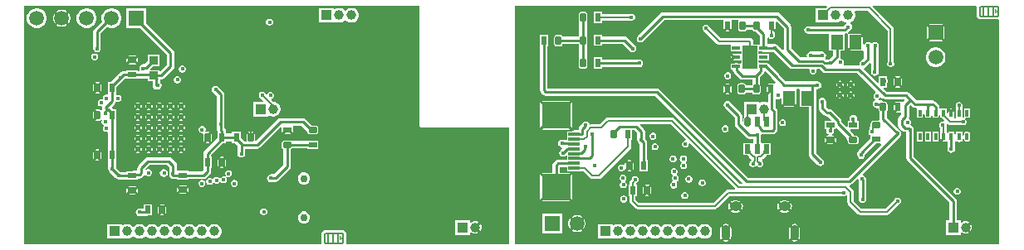
<source format=gbl>
G04*
G04 #@! TF.GenerationSoftware,Altium Limited,Altium Designer,21.3.2 (30)*
G04*
G04 Layer_Physical_Order=4*
G04 Layer_Color=16711680*
%FSLAX44Y44*%
%MOMM*%
G71*
G04*
G04 #@! TF.SameCoordinates,BB622590-8895-4630-97EF-0A5410F07859*
G04*
G04*
G04 #@! TF.FilePolarity,Positive*
G04*
G01*
G75*
%ADD13C,0.2540*%
%ADD14C,0.2000*%
%ADD15C,0.1270*%
%ADD21R,1.3000X1.5000*%
%ADD43R,0.9000X0.6000*%
G04:AMPARAMS|DCode=44|XSize=0.6mm|YSize=0.9mm|CornerRadius=0.15mm|HoleSize=0mm|Usage=FLASHONLY|Rotation=270.000|XOffset=0mm|YOffset=0mm|HoleType=Round|Shape=RoundedRectangle|*
%AMROUNDEDRECTD44*
21,1,0.6000,0.6000,0,0,270.0*
21,1,0.3000,0.9000,0,0,270.0*
1,1,0.3000,-0.3000,-0.1500*
1,1,0.3000,-0.3000,0.1500*
1,1,0.3000,0.3000,0.1500*
1,1,0.3000,0.3000,-0.1500*
%
%ADD44ROUNDEDRECTD44*%
%ADD45R,0.6000X0.9000*%
G04:AMPARAMS|DCode=46|XSize=0.6mm|YSize=0.9mm|CornerRadius=0.15mm|HoleSize=0mm|Usage=FLASHONLY|Rotation=0.000|XOffset=0mm|YOffset=0mm|HoleType=Round|Shape=RoundedRectangle|*
%AMROUNDEDRECTD46*
21,1,0.6000,0.6000,0,0,0.0*
21,1,0.3000,0.9000,0,0,0.0*
1,1,0.3000,0.1500,-0.3000*
1,1,0.3000,-0.1500,-0.3000*
1,1,0.3000,-0.1500,0.3000*
1,1,0.3000,0.1500,0.3000*
%
%ADD46ROUNDEDRECTD46*%
%ADD92O,0.9000X1.5500*%
%ADD93O,1.2500X0.9500*%
%ADD94R,1.5000X1.5000*%
%ADD95C,1.5000*%
%ADD96R,1.5000X1.5000*%
%ADD97C,1.0000*%
%ADD98R,1.0000X1.0000*%
%ADD99C,0.7500*%
%ADD100C,0.4500*%
%ADD101C,0.5000*%
%ADD102R,1.2000X0.3000*%
%ADD103R,3.0000X2.7000*%
%ADD104R,0.9400X0.8900*%
%ADD105R,0.6000X1.0000*%
G04:AMPARAMS|DCode=106|XSize=0.6mm|YSize=1mm|CornerRadius=0.15mm|HoleSize=0mm|Usage=FLASHONLY|Rotation=180.000|XOffset=0mm|YOffset=0mm|HoleType=Round|Shape=RoundedRectangle|*
%AMROUNDEDRECTD106*
21,1,0.6000,0.7000,0,0,180.0*
21,1,0.3000,1.0000,0,0,180.0*
1,1,0.3000,-0.1500,0.3500*
1,1,0.3000,0.1500,0.3500*
1,1,0.3000,0.1500,-0.3500*
1,1,0.3000,-0.1500,-0.3500*
%
%ADD106ROUNDEDRECTD106*%
%ADD107R,1.4900X2.3700*%
%ADD108R,0.9000X0.4000*%
G04:AMPARAMS|DCode=109|XSize=0.4mm|YSize=0.9mm|CornerRadius=0.1mm|HoleSize=0mm|Usage=FLASHONLY|Rotation=270.000|XOffset=0mm|YOffset=0mm|HoleType=Round|Shape=RoundedRectangle|*
%AMROUNDEDRECTD109*
21,1,0.4000,0.7000,0,0,270.0*
21,1,0.2000,0.9000,0,0,270.0*
1,1,0.2000,-0.3500,-0.1000*
1,1,0.2000,-0.3500,0.1000*
1,1,0.2000,0.3500,0.1000*
1,1,0.2000,0.3500,-0.1000*
%
%ADD109ROUNDEDRECTD109*%
G04:AMPARAMS|DCode=110|XSize=0.75mm|YSize=0.35mm|CornerRadius=0.0875mm|HoleSize=0mm|Usage=FLASHONLY|Rotation=90.000|XOffset=0mm|YOffset=0mm|HoleType=Round|Shape=RoundedRectangle|*
%AMROUNDEDRECTD110*
21,1,0.7500,0.1750,0,0,90.0*
21,1,0.5750,0.3500,0,0,90.0*
1,1,0.1750,0.0875,0.2875*
1,1,0.1750,0.0875,-0.2875*
1,1,0.1750,-0.0875,-0.2875*
1,1,0.1750,-0.0875,0.2875*
%
%ADD110ROUNDEDRECTD110*%
%ADD111R,0.3500X0.7500*%
G36*
X1277115Y723391D02*
Y702174D01*
X1276702Y701861D01*
X1275902Y701592D01*
X1271247Y706247D01*
X1269987Y707089D01*
X1268500Y707385D01*
X1260485D01*
Y713852D01*
X1261755Y714237D01*
X1261948Y713948D01*
X1263119Y713165D01*
X1264500Y712891D01*
X1265881Y713165D01*
X1267052Y713948D01*
X1267835Y715119D01*
X1268109Y716500D01*
Y719387D01*
X1263602Y723895D01*
X1265398Y725691D01*
X1268770Y722319D01*
Y730077D01*
X1269943Y730563D01*
X1277115Y723391D01*
D02*
G37*
G36*
X1342500Y717915D02*
Y702552D01*
X1349372Y709424D01*
X1351168Y707628D01*
X1344296Y700756D01*
X1357723D01*
X1358040Y700756D01*
X1358993Y699991D01*
Y693222D01*
X1355506Y689734D01*
X1354664Y688474D01*
X1354368Y686987D01*
X1354434Y686657D01*
X1354179Y686214D01*
X1353370Y685495D01*
X1338503D01*
X1337977Y686765D01*
X1338044Y686831D01*
X1338579Y688124D01*
Y689525D01*
X1338044Y690819D01*
X1337053Y691809D01*
X1335963Y692260D01*
X1335759Y692346D01*
X1335036Y693615D01*
X1335155Y694210D01*
Y700756D01*
X1339040D01*
Y718115D01*
X1339470D01*
X1340956Y718411D01*
X1341401Y718708D01*
X1342500Y717915D01*
D02*
G37*
G36*
X905410Y747000D02*
Y625000D01*
X905607Y624009D01*
X906169Y623169D01*
X907009Y622607D01*
X908000Y622410D01*
X997000D01*
Y503000D01*
X831764D01*
X831089Y504000D01*
X831237Y504744D01*
Y513256D01*
X830991Y514495D01*
X830289Y515545D01*
X829545Y516289D01*
X828495Y516991D01*
X827256Y517237D01*
X809744D01*
X808505Y516991D01*
X807455Y516289D01*
X806711Y515545D01*
X806009Y514495D01*
X805763Y513256D01*
Y504744D01*
X805911Y504000D01*
X805236Y503000D01*
X503000D01*
X503000Y747000D01*
X905410Y747000D01*
D02*
G37*
G36*
X1320626D02*
X1321152Y745730D01*
X1319962Y744540D01*
X1309460D01*
Y729460D01*
X1324540D01*
Y729806D01*
X1325810Y730539D01*
X1326790Y729974D01*
X1328707Y729460D01*
X1330693D01*
X1332610Y729974D01*
X1334330Y730966D01*
X1335205Y731842D01*
X1336050Y732226D01*
X1336895Y731842D01*
X1337770Y730966D01*
X1339490Y729974D01*
X1340527Y729696D01*
X1340530Y729689D01*
X1340630Y728353D01*
X1339723Y727747D01*
X1337861Y725885D01*
X1302000D01*
X1300513Y725589D01*
X1299253Y724747D01*
X1298411Y723487D01*
X1298115Y722000D01*
X1298411Y720513D01*
X1299253Y719253D01*
X1300513Y718411D01*
X1302000Y718115D01*
X1323500D01*
Y700756D01*
X1327385D01*
Y695819D01*
X1323391Y691825D01*
X1320427D01*
X1319993Y692259D01*
X1319545Y692928D01*
X1319798Y694078D01*
X1320129Y694573D01*
X1320425Y696060D01*
X1320129Y697547D01*
X1319287Y698807D01*
X1318026Y699649D01*
X1316540Y699945D01*
X1304420D01*
X1302933Y699649D01*
X1301673Y698807D01*
X1300831Y697547D01*
X1300535Y696060D01*
X1300715Y695155D01*
X1299880Y693885D01*
X1294609D01*
X1284885Y703609D01*
Y725000D01*
X1284589Y726487D01*
X1283747Y727747D01*
X1272747Y738747D01*
X1271487Y739589D01*
X1270000Y739885D01*
X1154077D01*
X1152590Y739589D01*
X1151330Y738747D01*
X1128291Y715708D01*
X1127449Y714448D01*
X1127154Y712962D01*
X1127449Y711475D01*
X1128291Y710215D01*
X1129552Y709373D01*
X1131038Y709077D01*
X1132525Y709373D01*
X1133785Y710215D01*
X1155686Y732115D01*
X1214439D01*
X1215687Y732063D01*
X1215687Y730845D01*
Y722319D01*
X1219059Y725691D01*
X1219957Y724792D01*
X1220855Y725691D01*
X1224227Y722318D01*
X1224227Y732063D01*
X1225475Y732115D01*
X1230584D01*
X1231163Y730845D01*
X1230848Y730373D01*
X1230633Y729293D01*
Y723292D01*
X1230848Y722212D01*
X1231460Y721295D01*
X1232377Y720683D01*
X1233457Y720468D01*
X1236457D01*
X1237538Y720683D01*
X1238454Y721295D01*
X1239067Y722212D01*
X1239106Y722408D01*
X1245352D01*
X1245391Y722212D01*
X1246003Y721295D01*
X1246919Y720683D01*
X1248000Y720468D01*
X1248331D01*
X1252715Y716084D01*
Y706770D01*
X1251370D01*
Y707120D01*
X1246259D01*
Y710350D01*
X1245985Y711731D01*
X1245202Y712902D01*
X1244031Y713685D01*
X1242650Y713959D01*
X1213145D01*
X1200552Y726552D01*
X1199381Y727335D01*
X1198000Y727609D01*
X1196619Y727335D01*
X1195448Y726552D01*
X1194665Y725381D01*
X1194391Y724000D01*
X1194665Y722619D01*
X1195448Y721448D01*
X1209098Y707798D01*
X1210269Y707015D01*
X1211650Y706741D01*
X1222930D01*
Y700230D01*
X1233930D01*
Y697270D01*
X1224726D01*
X1227098Y694898D01*
X1226200Y694000D01*
X1227098Y693102D01*
X1224726Y690730D01*
X1233930D01*
Y688602D01*
X1233715Y688356D01*
X1232660Y687723D01*
X1232200Y687814D01*
X1230597D01*
X1230187Y688089D01*
X1228700Y688385D01*
X1227213Y688089D01*
X1226803Y687814D01*
X1225200D01*
X1224314Y687638D01*
X1223563Y687137D01*
X1223062Y686386D01*
X1222886Y685500D01*
Y683500D01*
X1223062Y682614D01*
X1223563Y681863D01*
X1224314Y681362D01*
X1225115Y681202D01*
Y681000D01*
X1225411Y679513D01*
X1226253Y678253D01*
X1232253Y672253D01*
X1233513Y671411D01*
X1235000Y671115D01*
X1245158D01*
Y666124D01*
X1244933Y665788D01*
X1244894Y665592D01*
X1238648D01*
X1238609Y665788D01*
X1237997Y666704D01*
X1237081Y667317D01*
X1236000Y667532D01*
X1233000D01*
X1231919Y667317D01*
X1231003Y666704D01*
X1230391Y665788D01*
X1230176Y664707D01*
Y658708D01*
X1230391Y657627D01*
X1231003Y656710D01*
X1231919Y656098D01*
X1233000Y655883D01*
X1236000D01*
X1237081Y656098D01*
X1237997Y656710D01*
X1238609Y657627D01*
X1238648Y657823D01*
X1244894D01*
X1244933Y657627D01*
X1245546Y656710D01*
X1246462Y656098D01*
X1247542Y655883D01*
X1250543D01*
X1251623Y656098D01*
X1252540Y656710D01*
X1253152Y657627D01*
X1253367Y658707D01*
Y664707D01*
X1253152Y665788D01*
X1252927Y666124D01*
Y673434D01*
X1256117Y676623D01*
X1256959Y677883D01*
X1257203Y679108D01*
X1257910Y679479D01*
X1258525Y679582D01*
X1264995Y673111D01*
X1265040Y672885D01*
X1265882Y671624D01*
X1269074Y668432D01*
X1268233Y667477D01*
X1261569D01*
X1264940Y664106D01*
X1263145Y662309D01*
X1259772Y665681D01*
Y657734D01*
X1263145Y661105D01*
X1264940Y659309D01*
X1261085Y655454D01*
Y648445D01*
X1259986Y647810D01*
X1259610Y648026D01*
X1257693Y648540D01*
X1255707D01*
X1253790Y648026D01*
X1252810Y647461D01*
X1251540Y648194D01*
Y648540D01*
X1236460D01*
Y633460D01*
X1236460D01*
X1236370Y632227D01*
X1236176Y631250D01*
Y628979D01*
X1234906Y628300D01*
X1234878Y628319D01*
Y634157D01*
X1234582Y635644D01*
X1233740Y636904D01*
X1222537Y648107D01*
X1221277Y648949D01*
X1219790Y649245D01*
X1218303Y648949D01*
X1217043Y648107D01*
X1216201Y646847D01*
X1215905Y645360D01*
X1216201Y643874D01*
X1217043Y642613D01*
X1227109Y632548D01*
Y625511D01*
X1227404Y624024D01*
X1228246Y622764D01*
X1239305Y611705D01*
X1240566Y610863D01*
X1242052Y610567D01*
X1246115D01*
Y607630D01*
X1245730Y606520D01*
X1244770D01*
Y606520D01*
X1244460Y606520D01*
X1236230D01*
Y593980D01*
X1240168D01*
X1240576Y593370D01*
X1242076Y591870D01*
X1242076Y591870D01*
X1243620Y590326D01*
X1243849Y590173D01*
X1244028Y588556D01*
X1243475Y588003D01*
X1242831Y587039D01*
X1242780Y586988D01*
X1242244Y585694D01*
Y584294D01*
X1242780Y583000D01*
X1243770Y582010D01*
X1245064Y581474D01*
X1246464D01*
X1247758Y582010D01*
X1248559Y582811D01*
X1249188Y582949D01*
X1250060Y582847D01*
X1250810Y582097D01*
X1252104Y581561D01*
X1253504D01*
X1254798Y582097D01*
X1255788Y583088D01*
X1256324Y584381D01*
Y585782D01*
X1255788Y587075D01*
X1255386Y587477D01*
X1255093Y587916D01*
X1254787Y588221D01*
X1255205Y589599D01*
X1255330Y589624D01*
X1256380Y590326D01*
X1259424Y593369D01*
X1259832Y593980D01*
X1263770D01*
Y606520D01*
X1255540D01*
X1255230Y606520D01*
Y606520D01*
X1255155D01*
X1253885Y607630D01*
Y614208D01*
X1254992Y615228D01*
X1255129Y615256D01*
X1255573Y615168D01*
X1265564D01*
X1267051Y615463D01*
X1268311Y616305D01*
X1269799Y617793D01*
X1270641Y619053D01*
X1270937Y620540D01*
Y638869D01*
X1270641Y640356D01*
X1269799Y641616D01*
X1268855Y642560D01*
Y650637D01*
X1270125Y651486D01*
X1270510Y651326D01*
X1271910D01*
X1273204Y651862D01*
X1273460Y652118D01*
X1274730Y651592D01*
Y645026D01*
X1281602Y651898D01*
X1282500Y651000D01*
X1283398Y651898D01*
X1290270Y645026D01*
Y660417D01*
X1290270Y660770D01*
X1291121Y661687D01*
X1292879D01*
X1293730Y660770D01*
Y643230D01*
X1302390D01*
Y594725D01*
X1302686Y593239D01*
X1303528Y591979D01*
X1311668Y583838D01*
X1312928Y582996D01*
X1314415Y582700D01*
X1315902Y582996D01*
X1317162Y583838D01*
X1318004Y585098D01*
X1318300Y586585D01*
X1318004Y588072D01*
X1317162Y589332D01*
X1310159Y596335D01*
Y661312D01*
X1311247D01*
X1312734Y661608D01*
X1313994Y662450D01*
X1314369Y662825D01*
X1315211Y664085D01*
X1315507Y665572D01*
X1315211Y667059D01*
X1314369Y668319D01*
X1313109Y669161D01*
X1311622Y669457D01*
X1279037D01*
X1272263Y676231D01*
X1272218Y676458D01*
X1271376Y677718D01*
X1262370Y686724D01*
Y687770D01*
X1261064D01*
X1260587Y688089D01*
X1259100Y688385D01*
X1254100D01*
X1252640Y688094D01*
X1252613Y688089D01*
X1251370Y688736D01*
Y690730D01*
X1262370D01*
Y697270D01*
X1251370D01*
Y700230D01*
X1254636D01*
X1255113Y699911D01*
X1256600Y699615D01*
X1266891D01*
X1283193Y683313D01*
X1284453Y682471D01*
X1285940Y682175D01*
X1302716D01*
X1303565Y680905D01*
X1303480Y680700D01*
Y679300D01*
X1304016Y678006D01*
X1305006Y677016D01*
X1306300Y676480D01*
X1307700D01*
X1308994Y677016D01*
X1309984Y678006D01*
X1310520Y679300D01*
Y680700D01*
X1310435Y680905D01*
X1311284Y682175D01*
X1313701D01*
X1317013Y678863D01*
X1318273Y678021D01*
X1319760Y677725D01*
X1352157D01*
X1370908Y658973D01*
X1370610Y657475D01*
X1370148Y657284D01*
X1369158Y656294D01*
X1368622Y655000D01*
Y653600D01*
X1369158Y652306D01*
X1370148Y651316D01*
X1370327Y651242D01*
X1370197Y649921D01*
X1370080Y649898D01*
X1368820Y649056D01*
X1367978Y647795D01*
X1367682Y646309D01*
X1367978Y644822D01*
X1368820Y643562D01*
X1369195Y643187D01*
X1370455Y642345D01*
X1371942Y642049D01*
X1374176D01*
Y640000D01*
X1374391Y638919D01*
X1374615Y638583D01*
Y630541D01*
X1374611Y630495D01*
X1373555Y629322D01*
X1368503D01*
X1367422Y629107D01*
X1366505Y628495D01*
X1365893Y627578D01*
X1365678Y626497D01*
Y624682D01*
X1365181Y623937D01*
X1364966Y622860D01*
X1364627Y622351D01*
X1364380Y621113D01*
Y620146D01*
X1364015Y619781D01*
X1363479Y618488D01*
Y617087D01*
X1364015Y615794D01*
X1365006Y614803D01*
X1365006Y614803D01*
X1365163Y614723D01*
X1365733Y614268D01*
Y611221D01*
X1353253Y598742D01*
X1352411Y597482D01*
X1352115Y595995D01*
Y594000D01*
X1352411Y592513D01*
X1353253Y591253D01*
X1354513Y590411D01*
X1356000Y590115D01*
X1357487Y590411D01*
X1358747Y591253D01*
X1359589Y592513D01*
X1359885Y594000D01*
Y594386D01*
X1371226Y605728D01*
X1375574D01*
X1376060Y604554D01*
X1342391Y570885D01*
X1240609D01*
X1150247Y661247D01*
X1148987Y662089D01*
X1147500Y662385D01*
X1036385D01*
Y705230D01*
X1036770D01*
Y716770D01*
X1028230D01*
Y705230D01*
X1028615D01*
Y659988D01*
X1028911Y658501D01*
X1029753Y657241D01*
X1031241Y655753D01*
X1032501Y654911D01*
X1033988Y654615D01*
X1145891D01*
X1234999Y565507D01*
X1234473Y564237D01*
X1232341D01*
X1165289Y631289D01*
X1164239Y631991D01*
X1163000Y632237D01*
X1098000D01*
X1096761Y631991D01*
X1095711Y631289D01*
X1089659Y625237D01*
X1080378D01*
X1079168Y624997D01*
X1078942Y626134D01*
X1078100Y627394D01*
X1076840Y628236D01*
X1075353Y628532D01*
X1073866Y628236D01*
X1072606Y627394D01*
X1071764Y626134D01*
X1071736Y625994D01*
X1069253Y623511D01*
X1068411Y622250D01*
X1068115Y620764D01*
Y619385D01*
X1063600D01*
X1062113Y619089D01*
X1060888Y618270D01*
X1056330D01*
Y610176D01*
X1055975Y609885D01*
X1051000D01*
X1049513Y609589D01*
X1048253Y608747D01*
X1047411Y607487D01*
X1047115Y606000D01*
X1047411Y604513D01*
X1048253Y603253D01*
X1049513Y602411D01*
X1050834Y602148D01*
X1051346Y601281D01*
X1051468Y600986D01*
X1049360Y598878D01*
X1049253Y598807D01*
X1048411Y597547D01*
X1048115Y596060D01*
X1048411Y594573D01*
X1049253Y593313D01*
X1050513Y592471D01*
X1052000Y592175D01*
X1052036D01*
X1053522Y592471D01*
X1054782Y593313D01*
X1055157Y593687D01*
X1056330Y593201D01*
Y589385D01*
X1047500D01*
X1046013Y589089D01*
X1044753Y588247D01*
X1042253Y585747D01*
X1041411Y584487D01*
X1041115Y583000D01*
Y575970D01*
X1030526D01*
X1044398Y562098D01*
X1043500Y561200D01*
X1044398Y560302D01*
X1030526Y546430D01*
X1059474D01*
X1045602Y560302D01*
X1046500Y561200D01*
X1045602Y562098D01*
X1059474Y575970D01*
X1048885D01*
Y581391D01*
X1049109Y581615D01*
X1056330D01*
Y577730D01*
X1062031D01*
X1062361Y577509D01*
X1063600Y577263D01*
X1073159D01*
X1079711Y570711D01*
X1080761Y570009D01*
X1082000Y569763D01*
X1089000D01*
X1090239Y570009D01*
X1091289Y570711D01*
X1120789Y600211D01*
X1121491Y601261D01*
X1121737Y602500D01*
Y609772D01*
X1122770D01*
Y619428D01*
X1124726D01*
X1127823Y616331D01*
Y609117D01*
X1128119Y607631D01*
X1128961Y606370D01*
X1130115Y605215D01*
Y583500D01*
X1130215Y583000D01*
X1130115Y582500D01*
X1130230Y581924D01*
Y577230D01*
X1138770D01*
Y588770D01*
X1137885D01*
Y606825D01*
X1137589Y608311D01*
X1136747Y609571D01*
X1135592Y610726D01*
Y617940D01*
X1135296Y619426D01*
X1134454Y620687D01*
X1130552Y624590D01*
X1131038Y625763D01*
X1161659D01*
X1177478Y609944D01*
X1176932Y608694D01*
X1176029D01*
X1174735Y608158D01*
X1173745Y607168D01*
X1173209Y605874D01*
Y604474D01*
X1173745Y603180D01*
X1174735Y602190D01*
X1176029Y601654D01*
X1177429D01*
X1178723Y602190D01*
X1179713Y603180D01*
X1180249Y604474D01*
Y605377D01*
X1181498Y605924D01*
X1227466Y559956D01*
X1226980Y558782D01*
X1220545D01*
X1219306Y558536D01*
X1218256Y557834D01*
X1205659Y545237D01*
X1129341D01*
X1126237Y548341D01*
Y552230D01*
X1127270D01*
Y563770D01*
X1127253D01*
X1126727Y565040D01*
X1127661Y565974D01*
X1127761Y566016D01*
X1128752Y567006D01*
X1129287Y568300D01*
Y569700D01*
X1128752Y570994D01*
X1127761Y571984D01*
X1126468Y572520D01*
X1125067D01*
X1123774Y571984D01*
X1122783Y570994D01*
X1122260Y569729D01*
X1120711Y568181D01*
X1120009Y567130D01*
X1119763Y565891D01*
Y563770D01*
X1118730D01*
Y552230D01*
X1119763D01*
Y547000D01*
X1120009Y545761D01*
X1120711Y544711D01*
X1125711Y539711D01*
X1126761Y539009D01*
X1128000Y538763D01*
X1207000D01*
X1208239Y539009D01*
X1209289Y539711D01*
X1221886Y552308D01*
X1336822D01*
X1337513Y552021D01*
X1338914D01*
X1340207Y552557D01*
X1340767Y553117D01*
X1342037Y552591D01*
Y545726D01*
X1342284Y544487D01*
X1342986Y543436D01*
X1352711Y533711D01*
X1353761Y533009D01*
X1355000Y532763D01*
X1382000D01*
X1383239Y533009D01*
X1384289Y533711D01*
X1394311Y543733D01*
X1394994Y544016D01*
X1395984Y545006D01*
X1396520Y546300D01*
Y547700D01*
X1395984Y548994D01*
X1394994Y549984D01*
X1393700Y550520D01*
X1392300D01*
X1391006Y549984D01*
X1390016Y548994D01*
X1389733Y548311D01*
X1380659Y539237D01*
X1356341D01*
X1348512Y547066D01*
Y556152D01*
X1348265Y557391D01*
X1347564Y558442D01*
X1344108Y561898D01*
X1344572Y563229D01*
X1345487Y563411D01*
X1346747Y564253D01*
X1351845Y569352D01*
X1352207Y569340D01*
X1353196Y568906D01*
X1353411Y567824D01*
X1353579Y567573D01*
Y548791D01*
X1353874Y547304D01*
X1354716Y546044D01*
X1355977Y545202D01*
X1357463Y544907D01*
X1358950Y545202D01*
X1360210Y546044D01*
X1361052Y547304D01*
X1361348Y548791D01*
Y568847D01*
X1361052Y570334D01*
X1360674Y570900D01*
X1360589Y571328D01*
X1359747Y572588D01*
X1358487Y573430D01*
X1357847Y573557D01*
X1357429Y574935D01*
X1395747Y613253D01*
X1396589Y614513D01*
X1396885Y616000D01*
X1396589Y617487D01*
X1395747Y618747D01*
X1382385Y632109D01*
Y638583D01*
X1382609Y638919D01*
X1382824Y640000D01*
Y646000D01*
X1382609Y647081D01*
X1381997Y647997D01*
X1381081Y648609D01*
X1380000Y648824D01*
X1379319D01*
X1378274Y649523D01*
X1376788Y649818D01*
X1373840D01*
X1373587Y651088D01*
X1374136Y651316D01*
X1375126Y652306D01*
X1375318Y652768D01*
X1376816Y653066D01*
X1377629Y652253D01*
X1378889Y651411D01*
X1380376Y651115D01*
X1399825D01*
X1400352Y649845D01*
X1399040Y648534D01*
X1397770Y648770D01*
Y648770D01*
X1397770Y648770D01*
X1391026D01*
X1394398Y645398D01*
X1392602Y643602D01*
X1389230Y646974D01*
Y639026D01*
X1392602Y642398D01*
X1394398Y640602D01*
X1391026Y637230D01*
X1397115D01*
Y635397D01*
X1394483Y632765D01*
X1393641Y631505D01*
X1393345Y630018D01*
Y624998D01*
X1393641Y623512D01*
X1394483Y622251D01*
X1398033Y618701D01*
X1399293Y617859D01*
X1400780Y617564D01*
X1402115D01*
Y591000D01*
X1402411Y589513D01*
X1403253Y588253D01*
X1446115Y545391D01*
Y527540D01*
X1442460D01*
Y512460D01*
X1457540D01*
Y514634D01*
X1458713Y515120D01*
X1459148Y514685D01*
X1461453Y513730D01*
X1463947D01*
X1466229Y514675D01*
X1461802Y519102D01*
X1462700Y520000D01*
X1461802Y520898D01*
X1466229Y525325D01*
X1463947Y526270D01*
X1461453D01*
X1459148Y525315D01*
X1458713Y524880D01*
X1457540Y525366D01*
Y527540D01*
X1453885D01*
Y547000D01*
X1453589Y548487D01*
X1452747Y549747D01*
X1409885Y592609D01*
Y620000D01*
X1409589Y621487D01*
X1408747Y622747D01*
X1407299Y624195D01*
X1406970Y624414D01*
X1406274Y625514D01*
X1406810Y626808D01*
Y628208D01*
X1406274Y629502D01*
X1405284Y630492D01*
X1405104Y630567D01*
X1404589Y632082D01*
X1404885Y633568D01*
Y643391D01*
X1406500Y645006D01*
X1408253Y643253D01*
X1409513Y642411D01*
X1411000Y642115D01*
X1411750D01*
X1412980Y642020D01*
X1412980Y640845D01*
Y631980D01*
X1419020D01*
Y635997D01*
X1420290Y636122D01*
X1420411Y635513D01*
X1420980Y634662D01*
Y631980D01*
X1427020D01*
Y634148D01*
X1428093Y634578D01*
X1428388Y634555D01*
X1428980Y633935D01*
Y631980D01*
X1435020D01*
Y634311D01*
X1436058Y635222D01*
X1436763Y635000D01*
X1436980Y633908D01*
Y631980D01*
X1438442D01*
X1440623Y629799D01*
X1440341Y628414D01*
X1440269Y628357D01*
X1439000Y628609D01*
X1437619Y628335D01*
X1436448Y627552D01*
X1435665Y626381D01*
X1435391Y625000D01*
Y624324D01*
X1435665Y622942D01*
X1436391Y621857D01*
Y613000D01*
X1436665Y611619D01*
X1436980Y611148D01*
Y609776D01*
X1439102Y611898D01*
X1440898Y610102D01*
X1438776Y607980D01*
X1442845D01*
X1443020Y607980D01*
X1444115Y607558D01*
Y600000D01*
X1444411Y598513D01*
X1445253Y597253D01*
X1446513Y596411D01*
X1448000Y596115D01*
X1449487Y596411D01*
X1450747Y597253D01*
X1451589Y598513D01*
X1451885Y600000D01*
Y607558D01*
X1452980Y607980D01*
X1453155Y607980D01*
X1453692D01*
X1454513Y607431D01*
X1456000Y607135D01*
X1457487Y607431D01*
X1458308Y607980D01*
X1459020D01*
Y608682D01*
X1459589Y609533D01*
X1459694Y610062D01*
X1460938Y610125D01*
X1461104Y609288D01*
X1461579Y608578D01*
X1462288Y608104D01*
X1463125Y607938D01*
X1464875D01*
X1465712Y608104D01*
X1466421Y608578D01*
X1466895Y609288D01*
X1467062Y610125D01*
Y615875D01*
X1466895Y616712D01*
X1466421Y617421D01*
X1465712Y617896D01*
X1464875Y618062D01*
X1463125D01*
X1462288Y617896D01*
X1461579Y617421D01*
X1461104Y616712D01*
X1460938Y615875D01*
Y614214D01*
X1459668Y614089D01*
X1459589Y614487D01*
X1459020Y615338D01*
Y618020D01*
X1452980D01*
Y616065D01*
X1452388Y615445D01*
X1452093Y615422D01*
X1451020Y615852D01*
Y618020D01*
X1444980D01*
Y616484D01*
X1444879Y616409D01*
X1443609Y617049D01*
Y623324D01*
X1443335Y624705D01*
X1442926Y625317D01*
X1443043Y625710D01*
X1444316Y626106D01*
X1444711Y625711D01*
X1445761Y625009D01*
X1447000Y624763D01*
X1458617D01*
X1459300Y624480D01*
X1460700D01*
X1461994Y625016D01*
X1462984Y626006D01*
X1463520Y627300D01*
Y628700D01*
X1462984Y629994D01*
X1462268Y630710D01*
X1462654Y631975D01*
X1462657Y631980D01*
X1467020D01*
Y642020D01*
X1460980D01*
Y632693D01*
X1460955Y632589D01*
X1460000Y632133D01*
X1459045Y632589D01*
X1459020Y632693D01*
Y635908D01*
X1459237Y637000D01*
X1459237Y637000D01*
Y643617D01*
X1459520Y644300D01*
Y645700D01*
X1458984Y646994D01*
X1457994Y647984D01*
X1456700Y648520D01*
X1455300D01*
X1454006Y647984D01*
X1453016Y646994D01*
X1452480Y645700D01*
Y644300D01*
X1452763Y643617D01*
Y637000D01*
X1452980Y635908D01*
X1452980Y631980D01*
X1452018Y631237D01*
X1451982D01*
X1451020Y631980D01*
Y640224D01*
X1448898Y638102D01*
X1448000Y639000D01*
X1447102Y638102D01*
X1444980Y640224D01*
Y637133D01*
X1443710Y636503D01*
X1443237Y636861D01*
Y637000D01*
X1443020Y638092D01*
Y642020D01*
X1437155D01*
X1436980Y642020D01*
X1435885Y642442D01*
Y643000D01*
X1435589Y644487D01*
X1434747Y645747D01*
X1431747Y648747D01*
X1430487Y649589D01*
X1429000Y649885D01*
X1412609D01*
X1409247Y653247D01*
X1404747Y657747D01*
X1403487Y658589D01*
X1402000Y658885D01*
X1381985D01*
X1378813Y662057D01*
X1379299Y663230D01*
X1382770D01*
Y667823D01*
X1383164Y668412D01*
X1383460Y669899D01*
X1383164Y671386D01*
X1382770Y671975D01*
Y674770D01*
X1374230D01*
Y668299D01*
X1373057Y667813D01*
X1358927Y681942D01*
X1359345Y683320D01*
X1359739Y683399D01*
X1361000Y684241D01*
X1364845Y688086D01*
X1366115Y687560D01*
Y678886D01*
X1366411Y677400D01*
X1367253Y676140D01*
X1368513Y675298D01*
X1370000Y675002D01*
X1371487Y675298D01*
X1372747Y676140D01*
X1373589Y677400D01*
X1373885Y678886D01*
Y704761D01*
X1374143Y706060D01*
X1373847Y707547D01*
X1373005Y708807D01*
X1371745Y709649D01*
X1370258Y709945D01*
X1368772Y709649D01*
X1367512Y708807D01*
X1367500Y708796D01*
X1366042Y708691D01*
X1365965Y708807D01*
X1364705Y709649D01*
X1363218Y709945D01*
X1361732Y709649D01*
X1360472Y708807D01*
X1360131Y708466D01*
X1359289Y707206D01*
X1358040Y707438D01*
Y716500D01*
X1351168Y709628D01*
X1349372Y711424D01*
X1356244Y718296D01*
X1342988D01*
X1342959Y718332D01*
X1342529Y719566D01*
X1344346Y721383D01*
X1344487Y721411D01*
X1345747Y722253D01*
X1346589Y723513D01*
X1346885Y725000D01*
X1346589Y726487D01*
X1345747Y727747D01*
X1344648Y728481D01*
X1344601Y729127D01*
X1344750Y729824D01*
X1345310Y729974D01*
X1347030Y730966D01*
X1348434Y732370D01*
X1349426Y734090D01*
X1349940Y736007D01*
Y737993D01*
X1349426Y739910D01*
X1349202Y740298D01*
X1349837Y741398D01*
X1363024D01*
X1382926Y721496D01*
Y689053D01*
X1382643Y688370D01*
Y686970D01*
X1383179Y685676D01*
X1384169Y684686D01*
X1385463Y684150D01*
X1386863D01*
X1388157Y684686D01*
X1389147Y685676D01*
X1389683Y686970D01*
Y688370D01*
X1389400Y689053D01*
Y722837D01*
X1389154Y724076D01*
X1388452Y725126D01*
X1367848Y745730D01*
X1368374Y747000D01*
X1472935Y747000D01*
X1473857Y745730D01*
X1473763Y745256D01*
Y736744D01*
X1474009Y735505D01*
X1474711Y734455D01*
X1475455Y733711D01*
X1476505Y733009D01*
X1477744Y732763D01*
X1495256D01*
X1495730Y732857D01*
X1497000Y731936D01*
X1497000Y503000D01*
X1003000D01*
X1003000Y747000D01*
X1320626Y747000D01*
D02*
G37*
G36*
X827000Y508432D02*
Y507974D01*
X825234D01*
Y507000D01*
X824735D01*
Y507974D01*
X824184D01*
Y508432D01*
X824735D01*
Y511060D01*
X825140D01*
X827000Y508432D01*
D02*
G37*
G36*
X1495000Y740432D02*
Y739974D01*
X1493234D01*
Y739000D01*
X1492735D01*
Y739974D01*
X1492184D01*
Y740432D01*
X1492735D01*
Y743060D01*
X1493140D01*
X1495000Y740432D01*
D02*
G37*
%LPC*%
G36*
X837393Y744540D02*
X835407D01*
X833490Y744026D01*
X831770Y743034D01*
X830697Y741960D01*
X830050Y741738D01*
X829403Y741960D01*
X828330Y743034D01*
X826610Y744026D01*
X824693Y744540D01*
X822707D01*
X820790Y744026D01*
X819540Y743305D01*
X818540Y743860D01*
Y744540D01*
X803460D01*
Y729460D01*
X818540D01*
Y730140D01*
X819540Y730695D01*
X820790Y729974D01*
X822707Y729460D01*
X824693D01*
X826610Y729974D01*
X828330Y730966D01*
X829403Y732040D01*
X830050Y732262D01*
X830697Y732040D01*
X831770Y730966D01*
X833490Y729974D01*
X835407Y729460D01*
X837393D01*
X839310Y729974D01*
X841030Y730966D01*
X842433Y732370D01*
X843426Y734090D01*
X843940Y736007D01*
Y737993D01*
X843426Y739910D01*
X842433Y741630D01*
X841030Y743034D01*
X839310Y744026D01*
X837393Y744540D01*
D02*
G37*
G36*
X542212Y742770D02*
X539903D01*
X537672Y742172D01*
X535776Y741077D01*
X541058Y735796D01*
X546339Y741077D01*
X544442Y742172D01*
X542212Y742770D01*
D02*
G37*
G36*
X548135Y739281D02*
X542854Y734000D01*
X548135Y728719D01*
X549230Y730615D01*
X549827Y732845D01*
Y735155D01*
X549230Y737385D01*
X548135Y739281D01*
D02*
G37*
G36*
X533980Y739281D02*
X532885Y737385D01*
X532287Y735155D01*
Y732845D01*
X532885Y730615D01*
X533980Y728719D01*
X539262Y734000D01*
X533980Y739281D01*
D02*
G37*
G36*
X753700Y733520D02*
X752300D01*
X751006Y732984D01*
X750016Y731994D01*
X749480Y730700D01*
Y729300D01*
X750016Y728006D01*
X751006Y727016D01*
X752300Y726480D01*
X753700D01*
X754994Y727016D01*
X755984Y728006D01*
X756520Y729300D01*
Y730700D01*
X755984Y731994D01*
X754994Y732984D01*
X753700Y733520D01*
D02*
G37*
G36*
X541058Y732204D02*
X535776Y726923D01*
X537672Y725828D01*
X539903Y725230D01*
X542212D01*
X544442Y725828D01*
X546339Y726923D01*
X541058Y732204D01*
D02*
G37*
G36*
X593179Y744040D02*
X590536D01*
X587982Y743356D01*
X585693Y742034D01*
X583824Y740165D01*
X582502Y737875D01*
X581818Y735322D01*
Y732678D01*
X582272Y730983D01*
X574253Y722965D01*
X573411Y721705D01*
X573115Y720218D01*
Y703000D01*
X573411Y701513D01*
X574253Y700253D01*
X575513Y699411D01*
X577000Y699115D01*
X578487Y699411D01*
X579747Y700253D01*
X580589Y701513D01*
X580885Y703000D01*
Y718609D01*
X587309Y725033D01*
X587982Y724644D01*
X590536Y723960D01*
X593179D01*
X595733Y724644D01*
X598022Y725966D01*
X599892Y727835D01*
X601213Y730125D01*
X601897Y732678D01*
Y735322D01*
X601213Y737875D01*
X599892Y740165D01*
X598022Y742034D01*
X595733Y743356D01*
X593179Y744040D01*
D02*
G37*
G36*
X567779D02*
X565136D01*
X562582Y743356D01*
X560293Y742034D01*
X558424Y740165D01*
X557102Y737875D01*
X556418Y735322D01*
Y732678D01*
X557102Y730125D01*
X558424Y727835D01*
X560293Y725966D01*
X562582Y724644D01*
X565136Y723960D01*
X567779D01*
X570333Y724644D01*
X572622Y725966D01*
X574492Y727835D01*
X575813Y730125D01*
X576497Y732678D01*
Y735322D01*
X575813Y737875D01*
X574492Y740165D01*
X572622Y742034D01*
X570333Y743356D01*
X567779Y744040D01*
D02*
G37*
G36*
X516979D02*
X514336D01*
X511782Y743356D01*
X509493Y742034D01*
X507623Y740165D01*
X506302Y737875D01*
X505617Y735322D01*
Y732678D01*
X506302Y730125D01*
X507623Y727835D01*
X509493Y725966D01*
X511782Y724644D01*
X514336Y723960D01*
X516979D01*
X519533Y724644D01*
X521822Y725966D01*
X523691Y727835D01*
X525013Y730125D01*
X525697Y732678D01*
Y735322D01*
X525013Y737875D01*
X523691Y740165D01*
X521822Y742034D01*
X519533Y743356D01*
X516979Y744040D01*
D02*
G37*
G36*
X575365Y697855D02*
X573965D01*
X572671Y697319D01*
X571681Y696329D01*
X571145Y695035D01*
Y693635D01*
X571681Y692341D01*
X572671Y691351D01*
X573965Y690815D01*
X575365D01*
X576659Y691351D01*
X577649Y692341D01*
X578185Y693635D01*
Y695035D01*
X577649Y696329D01*
X576659Y697319D01*
X575365Y697855D01*
D02*
G37*
G36*
X618654Y693650D02*
X616296Y691293D01*
X618654Y688935D01*
X618824Y689792D01*
Y692793D01*
X618654Y693650D01*
D02*
G37*
G36*
X607346Y693650D02*
X607176Y692793D01*
Y689792D01*
X607346Y688935D01*
X609704Y691293D01*
X607346Y693650D01*
D02*
G37*
G36*
X616000Y695617D02*
X610000D01*
X609142Y695446D01*
X612398Y692191D01*
X611500Y691293D01*
X612398Y690395D01*
X609142Y687139D01*
X610000Y686968D01*
X616000D01*
X616858Y687139D01*
X613602Y690395D01*
X614500Y691293D01*
X613602Y692191D01*
X616858Y695446D01*
X616000Y695617D01*
D02*
G37*
G36*
X627297Y744040D02*
X607217D01*
Y723960D01*
X620546D01*
X648115Y696391D01*
Y686609D01*
X641686Y680180D01*
X640762Y680563D01*
Y680870D01*
X631363D01*
X630980Y681794D01*
X634316Y685130D01*
X640762D01*
Y696570D01*
X628823D01*
Y690624D01*
X625554Y687355D01*
X625471D01*
X623984Y687060D01*
X622724Y686218D01*
X622717Y686211D01*
X622621Y686191D01*
X621361Y685349D01*
X620518Y684089D01*
X620223Y682602D01*
X620506Y681177D01*
X620505Y680964D01*
X620085Y680177D01*
X618770D01*
Y680563D01*
X607230D01*
Y680177D01*
X604292D01*
X602806Y679882D01*
X601546Y679039D01*
X598538Y676032D01*
X591276Y668770D01*
X588230D01*
Y657230D01*
X588615D01*
Y656122D01*
X587615Y655453D01*
X587140Y655650D01*
X585740D01*
X584446Y655114D01*
X583456Y654124D01*
X582920Y652830D01*
Y651551D01*
X582550Y651152D01*
X582094Y650810D01*
X581986Y650855D01*
X580585D01*
X579291Y650319D01*
X578301Y649329D01*
X577765Y648035D01*
Y646635D01*
X578301Y645341D01*
X579291Y644351D01*
X580585Y643815D01*
X581356D01*
X582194Y642901D01*
X582115Y642508D01*
X582386Y641148D01*
X582076Y640684D01*
X581999Y640297D01*
X580997Y639997D01*
X580081Y640609D01*
X579000Y640824D01*
X576000D01*
X575142Y640654D01*
X578398Y637398D01*
X576602Y635602D01*
X573346Y638858D01*
X573176Y638000D01*
Y632000D01*
X573346Y631142D01*
X576602Y634398D01*
X578398Y632602D01*
X575142Y629346D01*
X576000Y629176D01*
X579000D01*
X580081Y629391D01*
X580997Y630003D01*
X581086Y630136D01*
X581303Y630322D01*
X582089Y629902D01*
Y629902D01*
X582121Y629885D01*
X581989Y629568D01*
X581741Y628969D01*
Y627569D01*
X582277Y626275D01*
X583268Y625285D01*
X583824Y625054D01*
X584023Y623889D01*
X583456Y623322D01*
X582920Y622028D01*
Y620628D01*
X583456Y619334D01*
X584446Y618344D01*
X585740Y617808D01*
X587140D01*
X587615Y618005D01*
X588615Y617337D01*
Y599770D01*
X588230D01*
Y588230D01*
X588615D01*
Y579500D01*
X588911Y578013D01*
X589753Y576753D01*
X596253Y570253D01*
X597513Y569411D01*
X599000Y569115D01*
X607230D01*
Y568730D01*
X618770D01*
Y570115D01*
X620374D01*
X621860Y570411D01*
X623120Y571253D01*
X624608Y572741D01*
X625451Y574001D01*
X625465Y574075D01*
X626505Y574177D01*
X626576Y574006D01*
X627566Y573016D01*
X628860Y572480D01*
X630260D01*
X631554Y573016D01*
X632544Y574006D01*
X633080Y575300D01*
Y576700D01*
X632544Y577994D01*
X631554Y578984D01*
X630260Y579520D01*
X628860D01*
X627566Y578984D01*
X627414Y578832D01*
X626292Y579124D01*
X626244Y579296D01*
X626255Y579332D01*
X630789Y583865D01*
X648641D01*
X650615Y581891D01*
Y573500D01*
X650911Y572013D01*
X651753Y570753D01*
X653013Y569911D01*
X654500Y569615D01*
X658773D01*
Y569230D01*
X670312D01*
Y569615D01*
X685500D01*
X686987Y569911D01*
X688247Y570753D01*
X692247Y574753D01*
X693089Y576013D01*
X693385Y577500D01*
Y580687D01*
X693770D01*
Y592228D01*
X693385D01*
Y593891D01*
X705724Y606230D01*
X708770D01*
Y608115D01*
X714773D01*
Y606230D01*
X717819D01*
X720323Y603726D01*
Y595207D01*
X720619Y593721D01*
X721461Y592461D01*
X722721Y591619D01*
X724208Y591323D01*
X725694Y591619D01*
X726954Y592461D01*
X727796Y593721D01*
X728092Y595207D01*
Y600345D01*
X740230D01*
X741717Y600641D01*
X742977Y601483D01*
X764306Y622812D01*
X765230Y622430D01*
Y617026D01*
X768602Y620398D01*
X770398Y618602D01*
X767026Y615230D01*
X774974D01*
X771602Y618602D01*
X773398Y620398D01*
X776770Y617026D01*
Y623770D01*
X777627Y624115D01*
X785391D01*
X791176Y618330D01*
Y618000D01*
X791391Y616919D01*
X792003Y616003D01*
X792919Y615391D01*
X794000Y615176D01*
X800000D01*
X801081Y615391D01*
X801997Y616003D01*
X802609Y616919D01*
X802824Y618000D01*
Y621000D01*
X802609Y622081D01*
X801997Y622997D01*
X801081Y623609D01*
X800000Y623824D01*
X796669D01*
X789747Y630747D01*
X788487Y631589D01*
X787000Y631885D01*
X764000D01*
X762513Y631589D01*
X761253Y630747D01*
X739342Y608835D01*
X739054Y608884D01*
X738367Y609275D01*
Y615000D01*
X738196Y615858D01*
X734940Y612602D01*
X734043Y613500D01*
X733145Y612602D01*
X729889Y615858D01*
X729718Y615000D01*
Y609000D01*
X729741Y608888D01*
X729106Y608115D01*
X726922D01*
X723313Y611724D01*
Y617770D01*
X714773D01*
Y615885D01*
X708770D01*
Y617770D01*
X708385D01*
Y618218D01*
X708089Y619705D01*
X707247Y620965D01*
X707136Y621076D01*
Y625373D01*
X706983Y626142D01*
Y655901D01*
X706688Y657388D01*
X705846Y658648D01*
X700747Y663747D01*
X699487Y664589D01*
X698000Y664885D01*
X696513Y664589D01*
X695253Y663747D01*
X694411Y662487D01*
X694115Y661000D01*
X694411Y659513D01*
X695253Y658253D01*
X699214Y654292D01*
Y625526D01*
X699367Y624757D01*
Y619466D01*
X699663Y617980D01*
X700230Y617131D01*
Y611724D01*
X686753Y598247D01*
X685911Y596987D01*
X685615Y595500D01*
Y592228D01*
X685230D01*
Y580687D01*
X685615D01*
Y579109D01*
X683891Y577385D01*
X670312D01*
Y577770D01*
X658773D01*
X658385Y578609D01*
Y583500D01*
X658089Y584987D01*
X657247Y586247D01*
X652997Y590497D01*
X651737Y591339D01*
X650250Y591635D01*
X629180D01*
X627693Y591339D01*
X626433Y590497D01*
X619115Y583178D01*
X618273Y581918D01*
X617977Y580432D01*
Y577885D01*
X614000D01*
X612513Y577589D01*
X612036Y577270D01*
X607230D01*
Y576885D01*
X600609D01*
X596385Y581109D01*
Y588230D01*
X596770D01*
Y599770D01*
X596385D01*
Y629230D01*
X596770D01*
Y640770D01*
X593724D01*
X591740Y642754D01*
X595247Y646261D01*
X596089Y647521D01*
X596214Y648151D01*
X597355Y648761D01*
X597860Y648552D01*
X599260D01*
X600554Y649088D01*
X601544Y650078D01*
X602080Y651372D01*
Y652772D01*
X601544Y654066D01*
X600554Y655056D01*
X599260Y655592D01*
X597860D01*
X597385Y655395D01*
X596385Y656063D01*
Y657230D01*
X596770D01*
Y663276D01*
X605902Y672408D01*
X607230D01*
Y672023D01*
X618770D01*
Y672408D01*
X628823D01*
Y669430D01*
X633555D01*
Y665000D01*
X633851Y663513D01*
X634693Y662253D01*
X635953Y661411D01*
X637440Y661115D01*
X639043D01*
X640529Y661411D01*
X641789Y662253D01*
X642632Y663513D01*
X642927Y665000D01*
Y665368D01*
X642632Y666855D01*
X641789Y668115D01*
X641325Y668426D01*
Y669755D01*
X641812Y670483D01*
X641967Y671265D01*
X642150D01*
X643637Y671561D01*
X644897Y672403D01*
X654747Y682253D01*
X655589Y683513D01*
X655885Y685000D01*
Y698000D01*
X655589Y699487D01*
X654747Y700747D01*
X627297Y728196D01*
Y744040D01*
D02*
G37*
G36*
X664700Y685520D02*
X663300D01*
X662006Y684984D01*
X661016Y683994D01*
X660480Y682700D01*
Y681300D01*
X661016Y680006D01*
X662006Y679016D01*
X663300Y678480D01*
X664700D01*
X665994Y679016D01*
X666984Y680006D01*
X667520Y681300D01*
Y682700D01*
X666984Y683994D01*
X665994Y684984D01*
X664700Y685520D01*
D02*
G37*
G36*
X659700Y674520D02*
X658300D01*
X657006Y673984D01*
X656016Y672994D01*
X655480Y671700D01*
Y670300D01*
X656016Y669006D01*
X657006Y668016D01*
X658300Y667480D01*
X659700D01*
X660994Y668016D01*
X661984Y669006D01*
X662520Y670300D01*
Y671700D01*
X661984Y672994D01*
X660994Y673984D01*
X659700Y674520D01*
D02*
G37*
G36*
X579000Y668824D02*
X576000D01*
X575142Y668654D01*
X577500Y666296D01*
X579858Y668654D01*
X579000Y668824D01*
D02*
G37*
G36*
X573346Y666858D02*
X573176Y666000D01*
Y660000D01*
X573346Y659142D01*
X576602Y662398D01*
X577500Y661500D01*
X578398Y662398D01*
X581654Y659142D01*
X581824Y660000D01*
Y666000D01*
X581654Y666858D01*
X578398Y663602D01*
X577500Y664500D01*
X576602Y663602D01*
X573346Y666858D01*
D02*
G37*
G36*
X577500Y659704D02*
X575142Y657346D01*
X576000Y657176D01*
X579000D01*
X579858Y657346D01*
X577500Y659704D01*
D02*
G37*
G36*
X663750Y647770D02*
X662250D01*
X661385Y647411D01*
X663000Y645796D01*
X664615Y647411D01*
X663750Y647770D01*
D02*
G37*
G36*
X641750D02*
X640250D01*
X639385Y647411D01*
X641000Y645796D01*
X642616Y647411D01*
X641750Y647770D01*
D02*
G37*
G36*
X619750D02*
X618250D01*
X617385Y647411D01*
X619000Y645796D01*
X620615Y647411D01*
X619750Y647770D01*
D02*
G37*
G36*
X652750Y647770D02*
X651250D01*
X650385Y647411D01*
X652000Y645796D01*
X653615Y647411D01*
X652750Y647770D01*
D02*
G37*
G36*
X630750D02*
X629250D01*
X628385Y647411D01*
X630000Y645796D01*
X631615Y647411D01*
X630750Y647770D01*
D02*
G37*
G36*
X666412Y645615D02*
X664796Y644000D01*
X666412Y642385D01*
X666770Y643250D01*
Y644750D01*
X666412Y645615D01*
D02*
G37*
G36*
X644411D02*
X642796Y644000D01*
X644411Y642385D01*
X644770Y643250D01*
Y644750D01*
X644411Y645615D01*
D02*
G37*
G36*
X622411D02*
X620796Y644000D01*
X622411Y642385D01*
X622770Y643250D01*
Y644750D01*
X622411Y645615D01*
D02*
G37*
G36*
X659588Y645615D02*
X659230Y644750D01*
Y643250D01*
X659588Y642385D01*
X661204Y644000D01*
X659588Y645615D01*
D02*
G37*
G36*
X637589D02*
X637230Y644750D01*
Y643250D01*
X637589Y642385D01*
X639204Y644000D01*
X637589Y645615D01*
D02*
G37*
G36*
X615588D02*
X615230Y644750D01*
Y643250D01*
X615588Y642385D01*
X617204Y644000D01*
X615588Y645615D01*
D02*
G37*
G36*
X655412Y645615D02*
X653796Y644000D01*
X655412Y642384D01*
X655770Y643250D01*
Y644750D01*
X655412Y645615D01*
D02*
G37*
G36*
X633411D02*
X631796Y644000D01*
X633411Y642384D01*
X633770Y643250D01*
Y644750D01*
X633411Y645615D01*
D02*
G37*
G36*
X648588Y645615D02*
X648230Y644750D01*
Y643250D01*
X648588Y642384D01*
X650204Y644000D01*
X648588Y645615D01*
D02*
G37*
G36*
X626589D02*
X626230Y644750D01*
Y643250D01*
X626589Y642384D01*
X628204Y644000D01*
X626589Y645615D01*
D02*
G37*
G36*
X663000Y642204D02*
X661385Y640589D01*
X662250Y640230D01*
X663750D01*
X664615Y640589D01*
X663000Y642204D01*
D02*
G37*
G36*
X641000D02*
X639385Y640589D01*
X640250Y640230D01*
X641750D01*
X642616Y640589D01*
X641000Y642204D01*
D02*
G37*
G36*
X619000D02*
X617385Y640589D01*
X618250Y640230D01*
X619750D01*
X620616Y640589D01*
X619000Y642204D01*
D02*
G37*
G36*
X652000Y642204D02*
X650385Y640589D01*
X651250Y640230D01*
X652750D01*
X653615Y640589D01*
X652000Y642204D01*
D02*
G37*
G36*
X630000D02*
X628385Y640589D01*
X629250Y640230D01*
X630750D01*
X631615Y640589D01*
X630000Y642204D01*
D02*
G37*
G36*
X663750Y636770D02*
X662250D01*
X661385Y636412D01*
X663000Y634796D01*
X664615Y636412D01*
X663750Y636770D01*
D02*
G37*
G36*
X652750D02*
X651250D01*
X650385Y636412D01*
X652000Y634796D01*
X653615Y636412D01*
X652750Y636770D01*
D02*
G37*
G36*
X630750D02*
X629250D01*
X628385Y636412D01*
X630000Y634796D01*
X631615Y636412D01*
X630750Y636770D01*
D02*
G37*
G36*
X619750D02*
X618250D01*
X617385Y636412D01*
X619000Y634796D01*
X620616Y636412D01*
X619750Y636770D01*
D02*
G37*
G36*
X641750Y636770D02*
X640250D01*
X639385Y636412D01*
X641000Y634796D01*
X642616Y636412D01*
X641750Y636770D01*
D02*
G37*
G36*
X746265Y658918D02*
X744865D01*
X743571Y658382D01*
X742581Y657392D01*
X742045Y656098D01*
Y654698D01*
X742581Y653404D01*
X743571Y652414D01*
X744254Y652131D01*
X746921Y649464D01*
X746538Y648540D01*
X736460D01*
Y633460D01*
X751540D01*
Y634140D01*
X752540Y634695D01*
X753790Y633974D01*
X755707Y633460D01*
X757693D01*
X759610Y633974D01*
X761330Y634967D01*
X762734Y636370D01*
X763726Y638090D01*
X764240Y640007D01*
Y641993D01*
X763726Y643910D01*
X762734Y645630D01*
X761330Y647033D01*
X759610Y648026D01*
X757693Y648540D01*
X757001D01*
X754985Y650556D01*
X755248Y651707D01*
X755994Y652016D01*
X756984Y653006D01*
X757520Y654300D01*
Y655700D01*
X756984Y656994D01*
X755994Y657984D01*
X754700Y658520D01*
X753300D01*
X752006Y657984D01*
X751016Y656994D01*
X750707Y656248D01*
X749556Y655985D01*
X748832Y656709D01*
X748549Y657392D01*
X747559Y658382D01*
X746265Y658918D01*
D02*
G37*
G36*
X666412Y634615D02*
X664796Y633000D01*
X666412Y631385D01*
X666770Y632250D01*
Y633750D01*
X666412Y634615D01*
D02*
G37*
G36*
X655412D02*
X653796Y633000D01*
X655412Y631385D01*
X655770Y632250D01*
Y633750D01*
X655412Y634615D01*
D02*
G37*
G36*
X633411D02*
X631796Y633000D01*
X633411Y631385D01*
X633770Y632250D01*
Y633750D01*
X633411Y634615D01*
D02*
G37*
G36*
X622411D02*
X620796Y633000D01*
X622411Y631385D01*
X622770Y632250D01*
Y633750D01*
X622411Y634615D01*
D02*
G37*
G36*
X659588Y634616D02*
X659230Y633750D01*
Y632250D01*
X659588Y631385D01*
X661204Y633000D01*
X659588Y634616D01*
D02*
G37*
G36*
X648588D02*
X648230Y633750D01*
Y632250D01*
X648588Y631385D01*
X650204Y633000D01*
X648588Y634616D01*
D02*
G37*
G36*
X626589D02*
X626230Y633750D01*
Y632250D01*
X626589Y631385D01*
X628204Y633000D01*
X626589Y634616D01*
D02*
G37*
G36*
X615589D02*
X615230Y633750D01*
Y632250D01*
X615589Y631385D01*
X617204Y633000D01*
X615589Y634616D01*
D02*
G37*
G36*
X644411Y634615D02*
X642796Y633000D01*
X644411Y631385D01*
X644770Y632250D01*
Y633750D01*
X644411Y634615D01*
D02*
G37*
G36*
X637589Y634615D02*
X637230Y633750D01*
Y632250D01*
X637589Y631385D01*
X639204Y633000D01*
X637589Y634615D01*
D02*
G37*
G36*
X663000Y631204D02*
X661385Y629589D01*
X662250Y629230D01*
X663750D01*
X664615Y629589D01*
X663000Y631204D01*
D02*
G37*
G36*
X652000D02*
X650385Y629589D01*
X651250Y629230D01*
X652750D01*
X653615Y629589D01*
X652000Y631204D01*
D02*
G37*
G36*
X630000D02*
X628385Y629589D01*
X629250Y629230D01*
X630750D01*
X631615Y629589D01*
X630000Y631204D01*
D02*
G37*
G36*
X619000D02*
X617385Y629589D01*
X618250Y629230D01*
X619750D01*
X620616Y629589D01*
X619000Y631204D01*
D02*
G37*
G36*
X641000Y631204D02*
X639385Y629589D01*
X640250Y629230D01*
X641750D01*
X642616Y629589D01*
X641000Y631204D01*
D02*
G37*
G36*
X663750Y625770D02*
X662250D01*
X661385Y625411D01*
X663000Y623796D01*
X664615Y625411D01*
X663750Y625770D01*
D02*
G37*
G36*
X652750D02*
X651250D01*
X650385Y625411D01*
X652000Y623796D01*
X653615Y625411D01*
X652750Y625770D01*
D02*
G37*
G36*
X641750D02*
X640250D01*
X639385Y625411D01*
X641000Y623796D01*
X642616Y625411D01*
X641750Y625770D01*
D02*
G37*
G36*
X630750D02*
X629250D01*
X628385Y625411D01*
X630000Y623796D01*
X631615Y625411D01*
X630750Y625770D01*
D02*
G37*
G36*
X619750D02*
X618250D01*
X617385Y625411D01*
X619000Y623796D01*
X620615Y625411D01*
X619750Y625770D01*
D02*
G37*
G36*
X666412Y623615D02*
X664796Y622000D01*
X666412Y620385D01*
X666770Y621250D01*
Y622750D01*
X666412Y623615D01*
D02*
G37*
G36*
X655412D02*
X653796Y622000D01*
X655412Y620385D01*
X655770Y621250D01*
Y622750D01*
X655412Y623615D01*
D02*
G37*
G36*
X644411D02*
X642796Y622000D01*
X644411Y620385D01*
X644770Y621250D01*
Y622750D01*
X644411Y623615D01*
D02*
G37*
G36*
X633411D02*
X631796Y622000D01*
X633411Y620385D01*
X633770Y621250D01*
Y622750D01*
X633411Y623615D01*
D02*
G37*
G36*
X622411D02*
X620796Y622000D01*
X622411Y620385D01*
X622770Y621250D01*
Y622750D01*
X622411Y623615D01*
D02*
G37*
G36*
X659588Y623615D02*
X659230Y622750D01*
Y621250D01*
X659588Y620385D01*
X661204Y622000D01*
X659588Y623615D01*
D02*
G37*
G36*
X648588D02*
X648230Y622750D01*
Y621250D01*
X648588Y620385D01*
X650204Y622000D01*
X648588Y623615D01*
D02*
G37*
G36*
X637589D02*
X637230Y622750D01*
Y621250D01*
X637589Y620385D01*
X639204Y622000D01*
X637589Y623615D01*
D02*
G37*
G36*
X626589D02*
X626230Y622750D01*
Y621250D01*
X626589Y620385D01*
X628204Y622000D01*
X626589Y623615D01*
D02*
G37*
G36*
X615588D02*
X615230Y622750D01*
Y621250D01*
X615588Y620385D01*
X617204Y622000D01*
X615588Y623615D01*
D02*
G37*
G36*
X663000Y620204D02*
X661385Y618588D01*
X662250Y618230D01*
X663750D01*
X664615Y618588D01*
X663000Y620204D01*
D02*
G37*
G36*
X652000D02*
X650385Y618588D01*
X651250Y618230D01*
X652750D01*
X653615Y618588D01*
X652000Y620204D01*
D02*
G37*
G36*
X641000D02*
X639385Y618588D01*
X640250Y618230D01*
X641750D01*
X642616Y618588D01*
X641000Y620204D01*
D02*
G37*
G36*
X630000D02*
X628385Y618588D01*
X629250Y618230D01*
X630750D01*
X631615Y618588D01*
X630000Y620204D01*
D02*
G37*
G36*
X619000D02*
X617385Y618588D01*
X618250Y618230D01*
X619750D01*
X620616Y618588D01*
X619000Y620204D01*
D02*
G37*
G36*
X735543Y617824D02*
X732543D01*
X731685Y617654D01*
X734043Y615296D01*
X736400Y617654D01*
X735543Y617824D01*
D02*
G37*
G36*
X641750Y614770D02*
X640250D01*
X639385Y614412D01*
X641000Y612796D01*
X642616Y614412D01*
X641750Y614770D01*
D02*
G37*
G36*
X663750Y614770D02*
X662250D01*
X661385Y614412D01*
X663000Y612796D01*
X664615Y614412D01*
X663750Y614770D01*
D02*
G37*
G36*
X652750D02*
X651250D01*
X650385Y614412D01*
X652000Y612796D01*
X653615Y614412D01*
X652750Y614770D01*
D02*
G37*
G36*
X630750D02*
X629250D01*
X628385Y614412D01*
X630000Y612796D01*
X631615Y614412D01*
X630750Y614770D01*
D02*
G37*
G36*
X619750D02*
X618250D01*
X617385Y614412D01*
X619000Y612796D01*
X620616Y614412D01*
X619750Y614770D01*
D02*
G37*
G36*
X644411Y612616D02*
X642796Y611000D01*
X644411Y609385D01*
X644770Y610250D01*
Y611750D01*
X644411Y612616D01*
D02*
G37*
G36*
X637589Y612616D02*
X637230Y611750D01*
Y610250D01*
X637589Y609385D01*
X639204Y611000D01*
X637589Y612616D01*
D02*
G37*
G36*
X666412Y612615D02*
X664796Y611000D01*
X666412Y609385D01*
X666770Y610250D01*
Y611750D01*
X666412Y612615D01*
D02*
G37*
G36*
X655412D02*
X653796Y611000D01*
X655412Y609385D01*
X655770Y610250D01*
Y611750D01*
X655412Y612615D01*
D02*
G37*
G36*
X633411D02*
X631796Y611000D01*
X633411Y609385D01*
X633770Y610250D01*
Y611750D01*
X633411Y612615D01*
D02*
G37*
G36*
X622411D02*
X620796Y611000D01*
X622411Y609385D01*
X622770Y610250D01*
Y611750D01*
X622411Y612615D01*
D02*
G37*
G36*
X659588Y612616D02*
X659230Y611750D01*
Y610250D01*
X659588Y609385D01*
X661204Y611000D01*
X659588Y612616D01*
D02*
G37*
G36*
X648588D02*
X648230Y611750D01*
Y610250D01*
X648588Y609385D01*
X650204Y611000D01*
X648588Y612616D01*
D02*
G37*
G36*
X626589D02*
X626230Y611750D01*
Y610250D01*
X626589Y609385D01*
X628204Y611000D01*
X626589Y612616D01*
D02*
G37*
G36*
X615589D02*
X615230Y611750D01*
Y610250D01*
X615589Y609385D01*
X617204Y611000D01*
X615589Y612616D01*
D02*
G37*
G36*
X684892Y623526D02*
X683492D01*
X682198Y622990D01*
X681208Y622000D01*
X680672Y620706D01*
Y619306D01*
X681208Y618012D01*
X682198Y617022D01*
X683492Y616486D01*
X684529D01*
X684566Y616469D01*
X685199Y615776D01*
X685289Y615568D01*
X685176Y615000D01*
Y609000D01*
X685346Y608142D01*
X688602Y611398D01*
X689500Y610500D01*
X690398Y611398D01*
X693654Y608142D01*
X693824Y609000D01*
Y615000D01*
X693654Y615858D01*
X690398Y612602D01*
X688602Y614398D01*
X691858Y617654D01*
X691000Y617824D01*
X688180D01*
X687769Y618228D01*
X687477Y618740D01*
X687712Y619306D01*
Y620706D01*
X687176Y622000D01*
X686186Y622990D01*
X684892Y623526D01*
D02*
G37*
G36*
X641000Y609204D02*
X639385Y607589D01*
X640250Y607230D01*
X641750D01*
X642616Y607589D01*
X641000Y609204D01*
D02*
G37*
G36*
X663000Y609204D02*
X661385Y607589D01*
X662250Y607230D01*
X663750D01*
X664615Y607589D01*
X663000Y609204D01*
D02*
G37*
G36*
X652000D02*
X650385Y607589D01*
X651250Y607230D01*
X652750D01*
X653615Y607589D01*
X652000Y609204D01*
D02*
G37*
G36*
X630000D02*
X628385Y607589D01*
X629250Y607230D01*
X630750D01*
X631615Y607589D01*
X630000Y609204D01*
D02*
G37*
G36*
X619000D02*
X617385Y607589D01*
X618250Y607230D01*
X619750D01*
X620616Y607589D01*
X619000Y609204D01*
D02*
G37*
G36*
X689500Y608704D02*
X687142Y606346D01*
X688000Y606176D01*
X691000D01*
X691858Y606346D01*
X689500Y608704D01*
D02*
G37*
G36*
X652750Y603770D02*
X651250D01*
X650385Y603411D01*
X652000Y601796D01*
X653615Y603411D01*
X652750Y603770D01*
D02*
G37*
G36*
X630750D02*
X629250D01*
X628385Y603411D01*
X630000Y601796D01*
X631615Y603411D01*
X630750Y603770D01*
D02*
G37*
G36*
X663750Y603770D02*
X662250D01*
X661385Y603411D01*
X663000Y601796D01*
X664615Y603411D01*
X663750Y603770D01*
D02*
G37*
G36*
X641750D02*
X640250D01*
X639385Y603411D01*
X641000Y601796D01*
X642616Y603411D01*
X641750Y603770D01*
D02*
G37*
G36*
X619750D02*
X618250D01*
X617385Y603411D01*
X619000Y601796D01*
X620615Y603411D01*
X619750Y603770D01*
D02*
G37*
G36*
X774000Y608824D02*
X768000D01*
X766919Y608609D01*
X766003Y607997D01*
X765391Y607081D01*
X765176Y606000D01*
Y603000D01*
X765391Y601919D01*
X766003Y601003D01*
X766919Y600391D01*
X767115Y600352D01*
Y584039D01*
X757588Y574512D01*
X754435D01*
X752949Y574216D01*
X751688Y573374D01*
X751313Y572999D01*
X750471Y571739D01*
X750175Y570252D01*
X750471Y568765D01*
X751313Y567505D01*
X752573Y566663D01*
X754060Y566367D01*
X755547Y566663D01*
X755665Y566742D01*
X759197D01*
X760684Y567038D01*
X761944Y567880D01*
X773747Y579683D01*
X774589Y580943D01*
X774885Y582430D01*
Y600352D01*
X775081Y600391D01*
X775417Y600615D01*
X791230D01*
Y600230D01*
X802770D01*
Y608770D01*
X791230D01*
Y608385D01*
X775417D01*
X775081Y608609D01*
X774000Y608824D01*
D02*
G37*
G36*
X655412Y601615D02*
X653796Y600000D01*
X655412Y598385D01*
X655770Y599250D01*
Y600750D01*
X655412Y601615D01*
D02*
G37*
G36*
X633411D02*
X631796Y600000D01*
X633411Y598385D01*
X633770Y599250D01*
Y600750D01*
X633411Y601615D01*
D02*
G37*
G36*
X648588Y601615D02*
X648230Y600750D01*
Y599250D01*
X648588Y598385D01*
X650204Y600000D01*
X648588Y601615D01*
D02*
G37*
G36*
X626589D02*
X626230Y600750D01*
Y599250D01*
X626589Y598385D01*
X628204Y600000D01*
X626589Y601615D01*
D02*
G37*
G36*
X666412Y601615D02*
X664796Y600000D01*
X666412Y598385D01*
X666770Y599250D01*
Y600750D01*
X666412Y601615D01*
D02*
G37*
G36*
X644411D02*
X642796Y600000D01*
X644411Y598385D01*
X644770Y599250D01*
Y600750D01*
X644411Y601615D01*
D02*
G37*
G36*
X622411D02*
X620796Y600000D01*
X622411Y598385D01*
X622770Y599250D01*
Y600750D01*
X622411Y601615D01*
D02*
G37*
G36*
X659588Y601615D02*
X659230Y600750D01*
Y599250D01*
X659588Y598385D01*
X661204Y600000D01*
X659588Y601615D01*
D02*
G37*
G36*
X637589D02*
X637230Y600750D01*
Y599250D01*
X637589Y598385D01*
X639204Y600000D01*
X637589Y601615D01*
D02*
G37*
G36*
X615588D02*
X615230Y600750D01*
Y599250D01*
X615588Y598385D01*
X617204Y600000D01*
X615588Y601615D01*
D02*
G37*
G36*
X579000Y599824D02*
X576000D01*
X575142Y599654D01*
X577500Y597296D01*
X579858Y599654D01*
X579000Y599824D01*
D02*
G37*
G36*
X652000Y598204D02*
X650385Y596589D01*
X651250Y596230D01*
X652750D01*
X653615Y596589D01*
X652000Y598204D01*
D02*
G37*
G36*
X630000D02*
X628385Y596589D01*
X629250Y596230D01*
X630750D01*
X631615Y596589D01*
X630000Y598204D01*
D02*
G37*
G36*
X663000Y598204D02*
X661385Y596589D01*
X662250Y596230D01*
X663750D01*
X664615Y596589D01*
X663000Y598204D01*
D02*
G37*
G36*
X641000D02*
X639385Y596589D01*
X640250Y596230D01*
X641750D01*
X642616Y596589D01*
X641000Y598204D01*
D02*
G37*
G36*
X619000D02*
X617385Y596589D01*
X618250Y596230D01*
X619750D01*
X620616Y596589D01*
X619000Y598204D01*
D02*
G37*
G36*
X573346Y597858D02*
X573176Y597000D01*
Y591000D01*
X573346Y590142D01*
X576602Y593398D01*
X577500Y592500D01*
X578398Y593398D01*
X581654Y590142D01*
X581824Y591000D01*
Y597000D01*
X581654Y597858D01*
X578398Y594602D01*
X577500Y595500D01*
X576602Y594602D01*
X573346Y597858D01*
D02*
G37*
G36*
X706000Y592282D02*
X703000D01*
X702142Y592111D01*
X704500Y589753D01*
X706858Y592111D01*
X706000Y592282D01*
D02*
G37*
G36*
X577500Y590704D02*
X575142Y588346D01*
X576000Y588176D01*
X579000D01*
X579858Y588346D01*
X577500Y590704D01*
D02*
G37*
G36*
X708654Y590315D02*
X705398Y587060D01*
X704500Y587957D01*
X703602Y587060D01*
X700346Y590315D01*
X700176Y589458D01*
Y583457D01*
X700346Y582600D01*
X703602Y585855D01*
X704500Y584958D01*
X705398Y585855D01*
X708654Y582600D01*
X708824Y583457D01*
Y589458D01*
X708654Y590315D01*
D02*
G37*
G36*
X704500Y583162D02*
X702142Y580804D01*
X703000Y580633D01*
X706000D01*
X706858Y580804D01*
X704500Y583162D01*
D02*
G37*
G36*
X645537Y579509D02*
X645007D01*
X643521Y579214D01*
X642260Y578372D01*
X641418Y577111D01*
X641122Y575625D01*
X641418Y574138D01*
X642260Y572878D01*
X643521Y572036D01*
X645007Y571740D01*
X645537D01*
X647024Y572036D01*
X648284Y572878D01*
X649126Y574138D01*
X649422Y575625D01*
X649126Y577111D01*
X648284Y578372D01*
X647024Y579214D01*
X645537Y579509D01*
D02*
G37*
G36*
X711706Y578587D02*
X710306D01*
X709012Y578051D01*
X708022Y577061D01*
X707486Y575768D01*
Y574367D01*
X708022Y573074D01*
X708621Y572474D01*
X707994Y571734D01*
X707593Y571900D01*
X706700Y572270D01*
X705300D01*
X704006Y571734D01*
X703016Y570744D01*
X702878Y570410D01*
X702591Y570300D01*
X701733Y570261D01*
X700954Y571040D01*
X699660Y571576D01*
X698260D01*
X696966Y571040D01*
X695976Y570050D01*
X695761Y569532D01*
X694611Y569367D01*
X693994Y569984D01*
X692700Y570520D01*
X691300D01*
X690006Y569984D01*
X689016Y568994D01*
X688480Y567700D01*
Y566300D01*
X689016Y565006D01*
X690006Y564016D01*
X691300Y563480D01*
X692700D01*
X693994Y564016D01*
X694984Y565006D01*
X695199Y565525D01*
X696349Y565689D01*
X696966Y565072D01*
X698260Y564536D01*
X699660D01*
X700954Y565072D01*
X701944Y566062D01*
X702083Y566396D01*
X702369Y566507D01*
X703227Y566545D01*
X704006Y565766D01*
X705300Y565230D01*
X706700D01*
X707994Y565766D01*
X708984Y566756D01*
X709520Y568050D01*
Y569450D01*
X708984Y570744D01*
X708385Y571343D01*
X709012Y572083D01*
X709413Y571917D01*
X710306Y571547D01*
X711706D01*
X713000Y572083D01*
X713990Y573074D01*
X714526Y574367D01*
Y575768D01*
X713990Y577061D01*
X713000Y578051D01*
X711706Y578587D01*
D02*
G37*
G36*
X789251Y576290D02*
X786749D01*
X784437Y575332D01*
X782668Y573563D01*
X781710Y571251D01*
Y568749D01*
X782668Y566437D01*
X784437Y564668D01*
X786749Y563710D01*
X789251D01*
X791563Y564668D01*
X793332Y566437D01*
X794290Y568749D01*
Y571251D01*
X793332Y573563D01*
X791563Y575332D01*
X789251Y576290D01*
D02*
G37*
G36*
X717700Y568520D02*
X716300D01*
X715006Y567984D01*
X714016Y566994D01*
X713480Y565700D01*
Y564300D01*
X714016Y563006D01*
X715006Y562016D01*
X716300Y561480D01*
X717700D01*
X718994Y562016D01*
X719984Y563006D01*
X720520Y564300D01*
Y565700D01*
X719984Y566994D01*
X718994Y567984D01*
X717700Y568520D01*
D02*
G37*
G36*
X684700D02*
X683300D01*
X682006Y567984D01*
X681016Y566994D01*
X680480Y565700D01*
Y564300D01*
X681016Y563006D01*
X682006Y562016D01*
X683300Y561480D01*
X684700D01*
X685994Y562016D01*
X686984Y563006D01*
X687520Y564300D01*
Y565700D01*
X686984Y566994D01*
X685994Y567984D01*
X684700Y568520D01*
D02*
G37*
G36*
X670196Y560858D02*
X667839Y558500D01*
X670196Y556142D01*
X670367Y557000D01*
Y560000D01*
X670196Y560858D01*
D02*
G37*
G36*
X658889Y560858D02*
X658718Y560000D01*
Y557000D01*
X658889Y556142D01*
X661246Y558500D01*
X658889Y560858D01*
D02*
G37*
G36*
X618654Y560358D02*
X616296Y558000D01*
X618654Y555642D01*
X618824Y556500D01*
Y559500D01*
X618654Y560358D01*
D02*
G37*
G36*
X607346Y560358D02*
X607176Y559500D01*
Y556500D01*
X607346Y555642D01*
X609704Y558000D01*
X607346Y560358D01*
D02*
G37*
G36*
X667542Y562824D02*
X661543D01*
X660685Y562654D01*
X663941Y559398D01*
X663043Y558500D01*
X663941Y557602D01*
X660685Y554346D01*
X661543Y554176D01*
X667542D01*
X668400Y554346D01*
X665145Y557602D01*
X666042Y558500D01*
X665145Y559398D01*
X668400Y562654D01*
X667542Y562824D01*
D02*
G37*
G36*
X616000Y562324D02*
X610000D01*
X609142Y562154D01*
X612398Y558898D01*
X611500Y558000D01*
X612398Y557102D01*
X609142Y553846D01*
X610000Y553676D01*
X616000D01*
X616858Y553846D01*
X613602Y557102D01*
X614500Y558000D01*
X613602Y558898D01*
X616858Y562154D01*
X616000Y562324D01*
D02*
G37*
G36*
X645000Y543782D02*
X642000D01*
X641142Y543611D01*
X643500Y541254D01*
X645858Y543611D01*
X645000Y543782D01*
D02*
G37*
G36*
X647654Y541815D02*
X644398Y538559D01*
X643500Y539458D01*
X642602Y538559D01*
X639346Y541815D01*
X639176Y540957D01*
Y534958D01*
X639346Y534100D01*
X642602Y537355D01*
X643500Y536457D01*
X644398Y537355D01*
X647654Y534100D01*
X647824Y534958D01*
Y540957D01*
X647654Y541815D01*
D02*
G37*
G36*
X747700Y539520D02*
X746300D01*
X745006Y538984D01*
X744016Y537994D01*
X743480Y536700D01*
Y535300D01*
X744016Y534006D01*
X745006Y533016D01*
X746300Y532480D01*
X747700D01*
X748994Y533016D01*
X749984Y534006D01*
X750520Y535300D01*
Y536700D01*
X749984Y537994D01*
X748994Y538984D01*
X747700Y539520D01*
D02*
G37*
G36*
X643500Y534661D02*
X641142Y532304D01*
X642000Y532133D01*
X645000D01*
X645858Y532304D01*
X643500Y534661D01*
D02*
G37*
G36*
X632770Y543727D02*
X624230D01*
Y539475D01*
X620422D01*
X618935Y539180D01*
X617675Y538338D01*
X616833Y537077D01*
X616537Y535591D01*
X616833Y534104D01*
X617675Y532844D01*
X618935Y532002D01*
X620422Y531706D01*
X626770D01*
X628257Y532002D01*
X628535Y532188D01*
X632770D01*
Y543727D01*
D02*
G37*
G36*
X789251Y536290D02*
X786749D01*
X784437Y535332D01*
X782668Y533563D01*
X781710Y531251D01*
Y528749D01*
X782668Y526437D01*
X784437Y524668D01*
X786749Y523710D01*
X789251D01*
X791563Y524668D01*
X793332Y526437D01*
X794290Y528749D01*
Y531251D01*
X793332Y533563D01*
X791563Y535332D01*
X789251Y536290D01*
D02*
G37*
G36*
X697593Y523540D02*
X695607D01*
X693690Y523026D01*
X691970Y522034D01*
X690897Y520961D01*
X690250Y520738D01*
X689603Y520961D01*
X688530Y522034D01*
X686810Y523026D01*
X684893Y523540D01*
X682907D01*
X680990Y523026D01*
X679270Y522034D01*
X678197Y520961D01*
X677550Y520738D01*
X676903Y520961D01*
X675830Y522034D01*
X674110Y523026D01*
X672193Y523540D01*
X670207D01*
X668290Y523026D01*
X666570Y522034D01*
X665497Y520961D01*
X664850Y520738D01*
X664203Y520961D01*
X663130Y522034D01*
X661410Y523026D01*
X659493Y523540D01*
X657507D01*
X655590Y523026D01*
X653870Y522034D01*
X652797Y520961D01*
X652150Y520738D01*
X651503Y520961D01*
X650430Y522034D01*
X648710Y523026D01*
X646793Y523540D01*
X644807D01*
X642890Y523026D01*
X641170Y522034D01*
X640097Y520961D01*
X639450Y520738D01*
X638803Y520961D01*
X637730Y522034D01*
X636010Y523026D01*
X634093Y523540D01*
X632107D01*
X630190Y523026D01*
X628470Y522034D01*
X627397Y520961D01*
X626750Y520738D01*
X626103Y520961D01*
X625030Y522034D01*
X623310Y523026D01*
X621393Y523540D01*
X619407D01*
X617490Y523026D01*
X615770Y522034D01*
X614697Y520961D01*
X614050Y520738D01*
X613403Y520961D01*
X612330Y522034D01*
X610610Y523026D01*
X608693Y523540D01*
X606707D01*
X604790Y523026D01*
X603540Y522305D01*
X602540Y522860D01*
Y523540D01*
X587460D01*
Y508460D01*
X602540D01*
Y509140D01*
X603540Y509695D01*
X604790Y508974D01*
X606707Y508460D01*
X608693D01*
X610610Y508974D01*
X612330Y509967D01*
X613403Y511040D01*
X614050Y511262D01*
X614697Y511040D01*
X615770Y509967D01*
X617490Y508974D01*
X619407Y508460D01*
X621393D01*
X623310Y508974D01*
X625030Y509967D01*
X626103Y511040D01*
X626750Y511262D01*
X627397Y511040D01*
X628470Y509967D01*
X630190Y508974D01*
X632107Y508460D01*
X634093D01*
X636010Y508974D01*
X637730Y509967D01*
X638803Y511040D01*
X639450Y511262D01*
X640097Y511040D01*
X641170Y509967D01*
X642890Y508974D01*
X644807Y508460D01*
X646793D01*
X648710Y508974D01*
X650430Y509967D01*
X651503Y511040D01*
X652150Y511262D01*
X652797Y511040D01*
X653870Y509967D01*
X655590Y508974D01*
X657507Y508460D01*
X659493D01*
X661410Y508974D01*
X663130Y509967D01*
X664203Y511040D01*
X664850Y511262D01*
X665497Y511040D01*
X666570Y509967D01*
X668290Y508974D01*
X670207Y508460D01*
X672193D01*
X674110Y508974D01*
X675830Y509967D01*
X676903Y511040D01*
X677550Y511262D01*
X678197Y511040D01*
X679270Y509967D01*
X680990Y508974D01*
X682907Y508460D01*
X684893D01*
X686810Y508974D01*
X688530Y509967D01*
X689603Y511040D01*
X690250Y511262D01*
X690897Y511040D01*
X691970Y509967D01*
X693690Y508974D01*
X695607Y508460D01*
X697593D01*
X699510Y508974D01*
X701230Y509967D01*
X702634Y511370D01*
X703626Y513090D01*
X704140Y515007D01*
Y516993D01*
X703626Y518910D01*
X702634Y520630D01*
X701230Y522034D01*
X699510Y523026D01*
X697593Y523540D01*
D02*
G37*
G36*
X968025Y523529D02*
X964496Y520000D01*
X968025Y516471D01*
X968970Y518753D01*
Y521247D01*
X968025Y523529D01*
D02*
G37*
G36*
X957540Y527540D02*
X942460D01*
Y512460D01*
X957540D01*
Y514986D01*
X958464Y515369D01*
X959148Y514685D01*
X961453Y513730D01*
X963947D01*
X966229Y514675D01*
X961802Y519102D01*
X962700Y520000D01*
X961802Y520898D01*
X966229Y525325D01*
X963947Y526270D01*
X961453D01*
X959148Y525315D01*
X958464Y524631D01*
X957540Y525014D01*
Y527540D01*
D02*
G37*
G36*
X1091770Y740770D02*
X1083230D01*
Y729230D01*
X1091770D01*
Y731763D01*
X1120617D01*
X1121300Y731480D01*
X1122700D01*
X1123994Y732016D01*
X1124984Y733006D01*
X1125520Y734300D01*
Y735700D01*
X1124984Y736994D01*
X1123994Y737984D01*
X1122700Y738520D01*
X1121300D01*
X1120617Y738237D01*
X1091770D01*
Y740770D01*
D02*
G37*
G36*
X1438974Y728170D02*
X1425026D01*
X1432000Y721196D01*
X1438974Y728170D01*
D02*
G37*
G36*
X1219957Y722996D02*
X1217483Y720523D01*
X1222431D01*
X1219957Y722996D01*
D02*
G37*
G36*
X1074000Y740824D02*
X1071000D01*
X1069919Y740609D01*
X1069003Y739997D01*
X1068391Y739081D01*
X1068176Y738000D01*
Y732000D01*
X1068391Y730919D01*
X1068615Y730583D01*
Y715914D01*
X1068391Y715578D01*
X1068302Y715133D01*
X1051574D01*
X1050997Y715997D01*
X1050081Y716609D01*
X1049000Y716824D01*
X1046000D01*
X1044919Y716609D01*
X1044003Y715997D01*
X1043391Y715081D01*
X1043176Y714000D01*
Y708000D01*
X1043391Y706919D01*
X1044003Y706003D01*
X1044919Y705391D01*
X1046000Y705176D01*
X1049000D01*
X1050081Y705391D01*
X1050997Y706003D01*
X1051609Y706919D01*
X1051698Y707364D01*
X1068426D01*
X1068615Y707081D01*
Y692412D01*
X1068391Y692076D01*
X1068176Y690995D01*
Y684995D01*
X1068391Y683914D01*
X1069003Y682998D01*
X1069919Y682386D01*
X1071000Y682171D01*
X1074000D01*
X1075081Y682386D01*
X1075997Y682998D01*
X1076609Y683914D01*
X1076824Y684995D01*
Y690995D01*
X1076609Y692076D01*
X1076385Y692412D01*
Y707081D01*
X1076609Y707417D01*
X1076824Y708497D01*
Y714498D01*
X1076609Y715578D01*
X1076385Y715914D01*
Y730583D01*
X1076609Y730919D01*
X1076824Y732000D01*
Y738000D01*
X1076609Y739081D01*
X1075997Y739997D01*
X1075081Y740609D01*
X1074000Y740824D01*
D02*
G37*
G36*
X1423230Y726374D02*
Y712426D01*
X1430204Y719400D01*
X1423230Y726374D01*
D02*
G37*
G36*
X1440770Y726374D02*
X1433796Y719400D01*
X1440770Y712426D01*
Y726374D01*
D02*
G37*
G36*
X1432000Y717604D02*
X1425026Y710630D01*
X1438974D01*
X1432000Y717604D01*
D02*
G37*
G36*
X1091770Y717268D02*
X1083230D01*
Y705727D01*
X1091770D01*
Y707613D01*
X1112894D01*
X1120253Y700253D01*
X1121513Y699411D01*
X1123000Y699115D01*
X1124487Y699411D01*
X1125747Y700253D01*
X1126589Y701513D01*
X1126885Y703000D01*
X1126589Y704487D01*
X1125747Y705747D01*
X1117249Y714244D01*
X1115989Y715086D01*
X1114502Y715382D01*
X1091770D01*
Y717268D01*
D02*
G37*
G36*
X1222930Y695474D02*
Y692526D01*
X1224404Y694000D01*
X1222930Y695474D01*
D02*
G37*
G36*
X1433322Y704040D02*
X1430678D01*
X1428125Y703356D01*
X1425835Y702034D01*
X1423966Y700165D01*
X1422644Y697875D01*
X1421960Y695322D01*
Y692678D01*
X1422644Y690125D01*
X1423966Y687835D01*
X1425835Y685966D01*
X1428125Y684644D01*
X1430678Y683960D01*
X1433322D01*
X1435875Y684644D01*
X1438165Y685966D01*
X1440034Y687835D01*
X1441356Y690125D01*
X1442040Y692678D01*
Y695322D01*
X1441356Y697875D01*
X1440034Y700165D01*
X1438165Y702034D01*
X1435875Y703356D01*
X1433322Y704040D01*
D02*
G37*
G36*
X1091770Y693765D02*
X1083230D01*
Y682225D01*
X1091770D01*
Y684110D01*
X1129995D01*
X1131481Y684406D01*
X1132742Y685248D01*
X1133584Y686508D01*
X1133880Y687995D01*
X1133584Y689482D01*
X1132742Y690742D01*
X1131481Y691584D01*
X1129995Y691880D01*
X1091770D01*
Y693765D01*
D02*
G37*
G36*
X1395000Y674824D02*
X1392000D01*
X1391142Y674654D01*
X1393500Y672296D01*
X1395858Y674654D01*
X1395000Y674824D01*
D02*
G37*
G36*
X1220700Y678520D02*
X1219300D01*
X1218006Y677984D01*
X1217016Y676994D01*
X1216480Y675700D01*
Y674300D01*
X1217016Y673006D01*
X1218006Y672016D01*
X1219300Y671480D01*
X1220700D01*
X1221994Y672016D01*
X1222984Y673006D01*
X1223520Y674300D01*
Y675700D01*
X1222984Y676994D01*
X1221994Y677984D01*
X1220700Y678520D01*
D02*
G37*
G36*
X1397654Y672858D02*
X1394398Y669602D01*
X1393500Y670500D01*
X1392602Y669602D01*
X1389346Y672858D01*
X1389176Y672000D01*
Y666000D01*
X1389346Y665142D01*
X1392602Y668398D01*
X1393500Y667500D01*
X1394398Y668398D01*
X1397654Y665142D01*
X1397824Y666000D01*
Y672000D01*
X1397654Y672858D01*
D02*
G37*
G36*
X1346250Y670270D02*
X1344750D01*
X1343885Y669911D01*
X1345500Y668296D01*
X1347115Y669911D01*
X1346250Y670270D01*
D02*
G37*
G36*
X1335250D02*
X1333750D01*
X1332885Y669911D01*
X1334500Y668296D01*
X1336116Y669911D01*
X1335250Y670270D01*
D02*
G37*
G36*
X1221974Y667477D02*
X1217026D01*
X1219500Y665004D01*
X1221974Y667477D01*
D02*
G37*
G36*
X1348911Y668115D02*
X1347296Y666500D01*
X1348911Y664884D01*
X1349270Y665750D01*
Y667250D01*
X1348911Y668115D01*
D02*
G37*
G36*
X1337912D02*
X1336296Y666500D01*
X1337912Y664884D01*
X1338270Y665750D01*
Y667250D01*
X1337912Y668115D01*
D02*
G37*
G36*
X1342088Y668115D02*
X1341730Y667250D01*
Y665750D01*
X1342088Y664884D01*
X1343704Y666500D01*
X1342088Y668115D01*
D02*
G37*
G36*
X1331089D02*
X1330730Y667250D01*
Y665750D01*
X1331089Y664884D01*
X1332704Y666500D01*
X1331089Y668115D01*
D02*
G37*
G36*
X1393500Y665704D02*
X1391142Y663346D01*
X1392000Y663176D01*
X1395000D01*
X1395858Y663346D01*
X1393500Y665704D01*
D02*
G37*
G36*
X1345500Y664704D02*
X1343885Y663089D01*
X1344750Y662730D01*
X1346250D01*
X1347115Y663089D01*
X1345500Y664704D01*
D02*
G37*
G36*
X1334500D02*
X1332885Y663089D01*
X1333750Y662730D01*
X1335250D01*
X1336116Y663089D01*
X1334500Y664704D01*
D02*
G37*
G36*
X1223770Y665682D02*
X1220398Y662309D01*
X1219500Y663207D01*
X1218602Y662309D01*
X1215230Y665681D01*
Y657734D01*
X1218602Y661105D01*
X1219500Y660208D01*
X1220398Y661105D01*
X1223770Y657734D01*
Y665682D01*
D02*
G37*
G36*
X1346250Y659270D02*
X1344750D01*
X1343885Y658912D01*
X1345500Y657296D01*
X1347115Y658912D01*
X1346250Y659270D01*
D02*
G37*
G36*
X1335250D02*
X1333750D01*
X1332885Y658912D01*
X1334500Y657296D01*
X1336116Y658912D01*
X1335250Y659270D01*
D02*
G37*
G36*
X1219500Y658411D02*
X1217026Y655938D01*
X1221974D01*
X1219500Y658411D01*
D02*
G37*
G36*
X1348911Y657115D02*
X1347296Y655500D01*
X1348911Y653885D01*
X1349270Y654750D01*
Y656250D01*
X1348911Y657115D01*
D02*
G37*
G36*
X1337912D02*
X1336296Y655500D01*
X1337912Y653885D01*
X1338270Y654750D01*
Y656250D01*
X1337912Y657115D01*
D02*
G37*
G36*
X1342088Y657115D02*
X1341730Y656250D01*
Y654750D01*
X1342088Y653885D01*
X1343704Y655500D01*
X1342088Y657115D01*
D02*
G37*
G36*
X1331089D02*
X1330730Y656250D01*
Y654750D01*
X1331089Y653885D01*
X1332704Y655500D01*
X1331089Y657115D01*
D02*
G37*
G36*
X1345500Y653704D02*
X1343885Y652088D01*
X1344750Y651730D01*
X1346250D01*
X1347115Y652088D01*
X1345500Y653704D01*
D02*
G37*
G36*
X1334500D02*
X1332885Y652088D01*
X1333750Y651730D01*
X1335250D01*
X1336116Y652088D01*
X1334500Y653704D01*
D02*
G37*
G36*
X1282500Y649204D02*
X1276526Y643230D01*
X1288474D01*
X1282500Y649204D01*
D02*
G37*
G36*
X1449224Y642020D02*
X1446776D01*
X1448000Y640796D01*
X1449224Y642020D01*
D02*
G37*
G36*
X1276665Y630520D02*
X1275265D01*
X1273971Y629984D01*
X1272981Y628994D01*
X1272445Y627700D01*
Y626300D01*
X1272981Y625006D01*
X1273971Y624016D01*
X1275265Y623480D01*
X1276665D01*
X1277959Y624016D01*
X1278949Y625006D01*
X1279485Y626300D01*
Y627700D01*
X1278949Y628994D01*
X1277959Y629984D01*
X1276665Y630520D01*
D02*
G37*
G36*
X1028730Y647774D02*
Y621826D01*
X1041704Y634800D01*
X1028730Y647774D01*
D02*
G37*
G36*
X1061270Y647774D02*
X1048296Y634800D01*
X1061270Y621826D01*
Y647774D01*
D02*
G37*
G36*
X1059474Y649570D02*
X1030526D01*
X1044398Y635698D01*
X1043500Y634800D01*
X1044398Y633902D01*
X1030526Y620030D01*
X1059474D01*
X1045602Y633902D01*
X1046500Y634800D01*
X1045602Y635698D01*
X1059474Y649570D01*
D02*
G37*
G36*
X1218120Y624445D02*
X1216720D01*
X1215426Y623909D01*
X1214436Y622919D01*
X1213900Y621625D01*
Y620225D01*
X1214436Y618931D01*
X1215426Y617941D01*
X1216720Y617405D01*
X1218120D01*
X1219414Y617941D01*
X1220404Y618931D01*
X1220940Y620225D01*
Y621625D01*
X1220404Y622919D01*
X1219414Y623909D01*
X1218120Y624445D01*
D02*
G37*
G36*
X1144477Y616820D02*
X1143076D01*
X1141783Y616284D01*
X1140792Y615294D01*
X1140257Y614000D01*
Y612600D01*
X1140792Y611306D01*
X1141783Y610316D01*
X1143076Y609780D01*
X1144477D01*
X1145770Y610316D01*
X1146761Y611306D01*
X1147297Y612600D01*
Y614000D01*
X1146761Y615294D01*
X1145770Y616284D01*
X1144477Y616820D01*
D02*
G37*
G36*
X1419020Y618020D02*
X1412980D01*
Y607980D01*
X1419020D01*
Y618020D01*
D02*
G37*
G36*
X1435020Y618020D02*
X1428980D01*
Y607980D01*
X1435020D01*
Y618020D01*
D02*
G37*
G36*
X1427020Y618020D02*
X1420980D01*
Y607980D01*
X1427020D01*
Y618020D01*
D02*
G37*
G36*
X1330151Y611858D02*
X1327794Y609500D01*
X1330151Y607142D01*
X1330322Y608000D01*
Y611000D01*
X1330151Y611858D01*
D02*
G37*
G36*
X1318844Y611858D02*
X1318673Y611000D01*
Y608000D01*
X1318844Y607142D01*
X1321201Y609500D01*
X1318844Y611858D01*
D02*
G37*
G36*
X1316547Y652557D02*
X1315060Y652261D01*
X1313800Y651419D01*
X1312958Y650159D01*
X1312662Y648672D01*
Y641953D01*
X1312958Y640467D01*
X1313800Y639206D01*
X1318407Y634599D01*
X1319667Y633757D01*
X1321154Y633461D01*
X1322167D01*
X1325685Y629943D01*
X1325199Y628770D01*
X1318728D01*
Y620230D01*
X1320613D01*
Y618503D01*
X1320909Y617016D01*
X1321751Y615756D01*
X1322740Y615094D01*
X1322473Y613824D01*
X1321497D01*
X1320640Y613654D01*
X1323896Y610398D01*
X1322997Y609500D01*
X1323896Y608602D01*
X1320640Y605346D01*
X1321497Y605176D01*
X1327498D01*
X1328355Y605346D01*
X1325099Y608602D01*
X1325997Y609500D01*
X1325099Y610398D01*
X1328355Y613654D01*
X1327498Y613824D01*
X1326522D01*
X1326255Y615094D01*
X1327244Y615756D01*
X1328086Y617016D01*
X1328382Y618503D01*
Y620230D01*
X1330267D01*
Y621079D01*
X1331441Y621565D01*
X1341151Y611856D01*
Y611213D01*
X1341446Y609726D01*
X1342176Y608634D01*
Y608000D01*
X1342391Y606919D01*
X1343003Y606003D01*
X1343919Y605391D01*
X1345000Y605176D01*
X1351000D01*
X1352081Y605391D01*
X1352997Y606003D01*
X1353609Y606919D01*
X1353824Y608000D01*
Y611000D01*
X1353609Y612081D01*
X1352997Y612997D01*
X1352081Y613609D01*
X1351000Y613824D01*
X1349883D01*
X1349487Y614089D01*
X1348767Y614232D01*
X1348624Y614951D01*
X1347782Y616212D01*
X1344937Y619057D01*
X1345423Y620230D01*
X1353770D01*
Y628770D01*
X1351885D01*
Y631000D01*
X1351589Y632487D01*
X1350747Y633747D01*
X1349487Y634589D01*
X1348000Y634885D01*
X1346513Y634589D01*
X1345253Y633747D01*
X1344411Y632487D01*
X1344115Y631000D01*
Y628770D01*
X1342230D01*
Y623423D01*
X1341057Y622937D01*
X1336152Y627841D01*
Y628854D01*
X1335856Y630341D01*
X1335014Y631601D01*
X1326523Y640093D01*
X1325262Y640935D01*
X1323776Y641231D01*
X1322763D01*
X1320432Y643562D01*
Y648672D01*
X1320136Y650159D01*
X1319294Y651419D01*
X1318033Y652261D01*
X1316547Y652557D01*
D02*
G37*
G36*
X1146700Y605970D02*
X1145300D01*
X1144006Y605434D01*
X1143016Y604444D01*
X1142480Y603150D01*
Y601750D01*
X1143016Y600456D01*
X1144006Y599466D01*
X1145300Y598930D01*
X1146700D01*
X1147994Y599466D01*
X1148984Y600456D01*
X1149520Y601750D01*
Y603150D01*
X1148984Y604444D01*
X1147994Y605434D01*
X1146700Y605970D01*
D02*
G37*
G36*
X1164950Y593565D02*
X1163550D01*
X1162256Y593029D01*
X1161266Y592039D01*
X1160730Y590745D01*
Y589345D01*
X1161266Y588051D01*
X1162256Y587061D01*
X1163550Y586525D01*
X1164950D01*
X1166244Y587061D01*
X1167234Y588051D01*
X1167770Y589345D01*
Y590745D01*
X1167234Y592039D01*
X1166244Y593029D01*
X1164950Y593565D01*
D02*
G37*
G36*
X1121000Y588824D02*
X1118000D01*
X1117142Y588654D01*
X1119500Y586296D01*
X1121858Y588654D01*
X1121000Y588824D01*
D02*
G37*
G36*
X1115346Y586858D02*
X1115176Y586000D01*
Y584308D01*
X1113906Y583782D01*
X1113704Y583984D01*
X1112410Y584520D01*
X1111010D01*
X1109716Y583984D01*
X1108726Y582994D01*
X1108190Y581700D01*
Y580300D01*
X1108726Y579006D01*
X1109716Y578016D01*
X1111010Y577480D01*
X1112410D01*
X1113704Y578016D01*
X1114231Y578543D01*
X1114313Y578570D01*
X1114730Y578526D01*
X1118602Y582398D01*
X1119500Y581500D01*
X1120398Y582398D01*
X1123654Y579142D01*
X1123824Y580000D01*
Y586000D01*
X1123654Y586858D01*
X1120398Y583602D01*
X1119500Y584500D01*
X1118602Y583602D01*
X1115346Y586858D01*
D02*
G37*
G36*
X1175800Y593559D02*
X1174400D01*
X1173247Y593082D01*
X1172987Y593030D01*
X1171937Y592328D01*
X1171235Y591278D01*
X1170989Y590039D01*
X1171235Y588800D01*
X1171937Y587750D01*
X1172708Y587235D01*
X1172837Y586693D01*
X1172870Y586211D01*
X1172811Y585789D01*
X1172016Y584994D01*
X1171480Y583700D01*
Y582300D01*
X1172016Y581006D01*
X1173006Y580016D01*
X1174300Y579480D01*
X1175700D01*
X1176994Y580016D01*
X1177984Y581006D01*
X1178520Y582300D01*
Y583700D01*
X1177984Y584994D01*
X1177238Y585740D01*
X1177141Y586630D01*
X1177279Y587240D01*
X1178084Y588045D01*
X1178620Y589339D01*
Y590739D01*
X1178084Y592033D01*
X1177094Y593023D01*
X1175800Y593559D01*
D02*
G37*
G36*
X1119500Y579704D02*
X1117142Y577346D01*
X1118000Y577176D01*
X1121000D01*
X1121858Y577346D01*
X1119500Y579704D01*
D02*
G37*
G36*
X1181125Y572929D02*
X1179725D01*
X1178431Y572393D01*
X1177441Y571403D01*
X1176905Y570109D01*
Y568709D01*
X1177441Y567415D01*
X1178431Y566425D01*
X1179725Y565889D01*
X1181125D01*
X1182419Y566425D01*
X1183409Y567415D01*
X1183945Y568709D01*
Y570109D01*
X1183409Y571403D01*
X1182419Y572393D01*
X1181125Y572929D01*
D02*
G37*
G36*
X1194760Y569095D02*
X1193360D01*
X1192066Y568559D01*
X1191076Y567569D01*
X1190540Y566275D01*
Y564875D01*
X1191076Y563581D01*
X1192066Y562591D01*
X1193360Y562055D01*
X1194760D01*
X1196054Y562591D01*
X1197044Y563581D01*
X1197580Y564875D01*
Y566275D01*
X1197044Y567569D01*
X1196054Y568559D01*
X1194760Y569095D01*
D02*
G37*
G36*
X1139500Y563824D02*
X1136500D01*
X1135642Y563654D01*
X1138000Y561296D01*
X1140358Y563654D01*
X1139500Y563824D01*
D02*
G37*
G36*
X1113895Y574105D02*
X1112495D01*
X1111201Y573569D01*
X1110211Y572579D01*
X1109675Y571285D01*
Y569885D01*
X1110211Y568591D01*
X1111126Y567676D01*
X1111208Y567501D01*
X1111297Y566187D01*
X1110663Y565554D01*
X1110127Y564260D01*
Y562860D01*
X1110663Y561566D01*
X1111654Y560576D01*
X1112947Y560040D01*
X1114348D01*
X1115641Y560576D01*
X1116632Y561566D01*
X1117168Y562860D01*
Y564260D01*
X1116632Y565554D01*
X1115716Y566469D01*
X1115635Y566644D01*
X1115546Y567958D01*
X1116179Y568591D01*
X1116715Y569885D01*
Y571285D01*
X1116179Y572579D01*
X1115189Y573569D01*
X1113895Y574105D01*
D02*
G37*
G36*
X1166158Y580741D02*
X1164757D01*
X1163464Y580205D01*
X1162473Y579215D01*
X1161937Y577921D01*
Y576520D01*
X1162473Y575227D01*
X1162898Y574803D01*
X1162954Y574717D01*
X1163039Y574661D01*
X1163464Y574236D01*
X1163756Y574115D01*
X1164054Y572617D01*
X1163723Y572286D01*
X1163187Y570993D01*
Y569592D01*
X1163723Y568299D01*
X1163844Y568178D01*
X1163512Y566714D01*
X1162920Y566469D01*
X1161930Y565479D01*
X1161394Y564185D01*
Y562785D01*
X1161930Y561491D01*
X1162920Y560501D01*
X1164214Y559965D01*
X1165614D01*
X1166908Y560501D01*
X1167898Y561491D01*
X1168434Y562785D01*
Y564185D01*
X1167898Y565479D01*
X1167778Y565599D01*
X1168110Y567063D01*
X1168701Y567308D01*
X1169692Y568299D01*
X1170228Y569592D01*
Y570993D01*
X1169692Y572286D01*
X1168701Y573277D01*
X1168409Y573398D01*
X1168111Y574896D01*
X1168442Y575227D01*
X1168978Y576520D01*
Y577921D01*
X1168442Y579215D01*
X1167451Y580205D01*
X1166158Y580741D01*
D02*
G37*
G36*
X1142154Y561858D02*
X1138898Y558602D01*
X1138000Y559500D01*
X1137102Y558602D01*
X1133846Y561858D01*
X1133676Y561000D01*
Y555000D01*
X1133846Y554142D01*
X1137102Y557398D01*
X1138000Y556500D01*
X1138898Y557398D01*
X1142154Y554142D01*
X1142324Y555000D01*
Y561000D01*
X1142154Y561858D01*
D02*
G37*
G36*
X1454643Y560462D02*
X1453242D01*
X1451949Y559927D01*
X1450958Y558936D01*
X1450423Y557643D01*
Y556242D01*
X1450958Y554949D01*
X1451949Y553958D01*
X1453242Y553423D01*
X1454643D01*
X1455936Y553958D01*
X1456927Y554949D01*
X1457462Y556242D01*
Y557643D01*
X1456927Y558936D01*
X1455936Y559927D01*
X1454643Y560462D01*
D02*
G37*
G36*
X1138000Y554704D02*
X1135642Y552346D01*
X1136500Y552176D01*
X1139500D01*
X1140358Y552346D01*
X1138000Y554704D01*
D02*
G37*
G36*
X1176987Y556020D02*
X1175587D01*
X1174293Y555485D01*
X1173303Y554494D01*
X1172767Y553201D01*
Y551800D01*
X1173303Y550507D01*
X1174293Y549516D01*
X1175587Y548980D01*
X1176987D01*
X1178281Y549516D01*
X1179271Y550507D01*
X1179807Y551800D01*
Y553201D01*
X1179271Y554494D01*
X1178281Y555485D01*
X1176987Y556020D01*
D02*
G37*
G36*
X1028730Y574174D02*
Y548226D01*
X1041704Y561200D01*
X1028730Y574174D01*
D02*
G37*
G36*
X1061270Y574174D02*
X1048296Y561200D01*
X1061270Y548226D01*
Y574174D01*
D02*
G37*
G36*
X1114700Y552580D02*
X1113300D01*
X1112006Y552044D01*
X1111016Y551054D01*
X1110480Y549760D01*
Y548360D01*
X1111016Y547066D01*
X1112006Y546076D01*
X1113300Y545540D01*
X1114700D01*
X1115994Y546076D01*
X1116984Y547066D01*
X1117520Y548360D01*
Y549760D01*
X1116984Y551054D01*
X1115994Y552044D01*
X1114700Y552580D01*
D02*
G37*
G36*
X1221440Y544763D02*
X1220829Y543849D01*
X1220362Y541500D01*
X1220829Y539151D01*
X1221440Y538237D01*
X1224704Y541500D01*
X1221440Y544763D01*
D02*
G37*
G36*
X1271440Y544763D02*
X1270829Y543849D01*
X1270362Y541500D01*
X1270829Y539151D01*
X1271441Y538237D01*
X1274704Y541500D01*
X1271440Y544763D01*
D02*
G37*
G36*
X1234560Y544764D02*
X1231296Y541500D01*
X1234559Y538236D01*
X1235171Y539151D01*
X1235638Y541500D01*
X1235171Y543849D01*
X1234560Y544764D01*
D02*
G37*
G36*
X1284560Y544764D02*
X1281296Y541500D01*
X1284559Y538236D01*
X1285171Y539151D01*
X1285638Y541500D01*
X1285171Y543849D01*
X1284560Y544764D01*
D02*
G37*
G36*
X1229500Y547638D02*
X1226500D01*
X1224151Y547171D01*
X1223236Y546559D01*
X1227398Y542398D01*
X1226500Y541500D01*
X1227398Y540602D01*
X1223236Y536441D01*
X1224151Y535829D01*
X1226500Y535362D01*
X1229500D01*
X1231849Y535829D01*
X1232764Y536440D01*
X1228602Y540602D01*
X1229500Y541500D01*
X1228602Y542398D01*
X1232764Y546560D01*
X1231849Y547171D01*
X1229500Y547638D01*
D02*
G37*
G36*
X1279500Y547638D02*
X1276500D01*
X1274151Y547171D01*
X1273236Y546559D01*
X1277398Y542398D01*
X1276500Y541500D01*
X1277398Y540602D01*
X1273236Y536440D01*
X1274151Y535829D01*
X1276500Y535362D01*
X1279500D01*
X1281849Y535829D01*
X1282763Y536440D01*
X1278602Y540602D01*
X1279500Y541500D01*
X1278602Y542398D01*
X1282764Y546560D01*
X1281849Y547171D01*
X1279500Y547638D01*
D02*
G37*
G36*
X1067555Y532770D02*
X1065245D01*
X1063015Y532172D01*
X1061119Y531077D01*
X1066400Y525796D01*
X1071681Y531077D01*
X1069785Y532172D01*
X1067555Y532770D01*
D02*
G37*
G36*
X1197593Y523540D02*
X1195607D01*
X1193690Y523026D01*
X1191970Y522034D01*
X1191095Y521158D01*
X1190250Y520774D01*
X1189405Y521158D01*
X1188530Y522034D01*
X1186810Y523026D01*
X1184893Y523540D01*
X1182907D01*
X1180990Y523026D01*
X1179270Y522034D01*
X1178395Y521158D01*
X1177550Y520774D01*
X1176705Y521158D01*
X1175830Y522034D01*
X1174110Y523026D01*
X1172193Y523540D01*
X1170207D01*
X1168290Y523026D01*
X1166570Y522034D01*
X1165695Y521158D01*
X1164850Y520774D01*
X1164005Y521158D01*
X1163130Y522034D01*
X1161410Y523026D01*
X1159493Y523540D01*
X1157507D01*
X1155590Y523026D01*
X1153870Y522034D01*
X1152995Y521158D01*
X1152150Y520774D01*
X1151305Y521158D01*
X1150430Y522034D01*
X1148710Y523026D01*
X1146793Y523540D01*
X1144807D01*
X1142890Y523026D01*
X1141170Y522034D01*
X1140295Y521158D01*
X1139450Y520774D01*
X1138605Y521158D01*
X1137730Y522034D01*
X1136010Y523026D01*
X1134093Y523540D01*
X1132107D01*
X1130190Y523026D01*
X1128470Y522034D01*
X1127595Y521158D01*
X1126750Y520774D01*
X1125905Y521158D01*
X1125030Y522034D01*
X1123310Y523026D01*
X1121393Y523540D01*
X1119407D01*
X1117490Y523026D01*
X1115770Y522034D01*
X1114895Y521158D01*
X1114050Y520774D01*
X1113205Y521158D01*
X1112330Y522034D01*
X1110610Y523026D01*
X1108693Y523540D01*
X1106707D01*
X1104790Y523026D01*
X1103810Y522461D01*
X1102540Y523194D01*
Y523540D01*
X1087460D01*
Y508460D01*
X1102540D01*
Y508806D01*
X1103810Y509539D01*
X1104790Y508974D01*
X1106707Y508460D01*
X1108693D01*
X1110610Y508974D01*
X1112330Y509967D01*
X1113205Y510842D01*
X1114050Y511226D01*
X1114895Y510842D01*
X1115770Y509967D01*
X1117490Y508974D01*
X1119407Y508460D01*
X1121393D01*
X1123310Y508974D01*
X1125030Y509967D01*
X1125905Y510842D01*
X1126750Y511226D01*
X1127595Y510842D01*
X1128470Y509967D01*
X1130190Y508974D01*
X1132107Y508460D01*
X1134093D01*
X1136010Y508974D01*
X1137730Y509967D01*
X1138605Y510842D01*
X1139450Y511226D01*
X1140295Y510842D01*
X1141170Y509967D01*
X1142890Y508974D01*
X1144807Y508460D01*
X1146793D01*
X1148710Y508974D01*
X1150430Y509967D01*
X1151305Y510842D01*
X1152150Y511226D01*
X1152995Y510842D01*
X1153870Y509967D01*
X1155590Y508974D01*
X1157507Y508460D01*
X1159493D01*
X1161410Y508974D01*
X1163130Y509967D01*
X1164005Y510842D01*
X1164850Y511226D01*
X1165695Y510842D01*
X1166570Y509967D01*
X1168290Y508974D01*
X1170207Y508460D01*
X1172193D01*
X1174110Y508974D01*
X1175830Y509967D01*
X1176705Y510842D01*
X1177550Y511226D01*
X1178395Y510842D01*
X1179270Y509967D01*
X1180990Y508974D01*
X1182907Y508460D01*
X1184893D01*
X1186810Y508974D01*
X1188530Y509967D01*
X1189405Y510842D01*
X1190250Y511226D01*
X1191095Y510842D01*
X1191970Y509967D01*
X1193690Y508974D01*
X1195607Y508460D01*
X1197593D01*
X1199510Y508974D01*
X1201230Y509967D01*
X1202634Y511370D01*
X1203626Y513090D01*
X1204140Y515007D01*
Y516993D01*
X1203626Y518910D01*
X1202634Y520630D01*
X1201230Y522034D01*
X1199510Y523026D01*
X1197593Y523540D01*
D02*
G37*
G36*
X1218000Y523633D02*
X1215749Y523185D01*
X1214917Y522629D01*
X1218000Y519546D01*
X1221083Y522629D01*
X1220251Y523185D01*
X1218000Y523633D01*
D02*
G37*
G36*
X1288000D02*
X1285749Y523185D01*
X1284917Y522629D01*
X1288000Y519546D01*
X1291083Y522629D01*
X1290251Y523185D01*
X1288000Y523633D01*
D02*
G37*
G36*
X1073477Y529281D02*
X1068196Y524000D01*
X1073477Y518719D01*
X1074572Y520615D01*
X1075170Y522845D01*
Y525155D01*
X1074572Y527385D01*
X1073477Y529281D01*
D02*
G37*
G36*
X1059323Y529281D02*
X1058228Y527385D01*
X1057630Y525155D01*
Y522845D01*
X1058228Y520615D01*
X1059323Y518719D01*
X1064604Y524000D01*
X1059323Y529281D01*
D02*
G37*
G36*
X1468025Y523529D02*
X1464496Y520000D01*
X1468025Y516471D01*
X1468970Y518753D01*
Y521247D01*
X1468025Y523529D01*
D02*
G37*
G36*
X1066400Y522204D02*
X1061119Y516922D01*
X1063015Y515828D01*
X1065245Y515230D01*
X1067555D01*
X1069785Y515828D01*
X1071681Y516922D01*
X1066400Y522204D01*
D02*
G37*
G36*
X1051040Y534040D02*
X1030960D01*
Y513960D01*
X1051040D01*
Y534040D01*
D02*
G37*
G36*
X1213121Y520833D02*
X1212565Y520001D01*
X1212117Y517750D01*
Y511250D01*
X1212565Y508999D01*
X1213121Y508167D01*
X1217102Y512148D01*
X1218000Y511250D01*
X1218898Y512148D01*
X1222879Y508167D01*
X1223435Y508999D01*
X1223883Y511250D01*
Y517750D01*
X1223435Y520001D01*
X1222879Y520833D01*
X1218898Y516852D01*
X1218000Y517750D01*
X1217102Y516852D01*
X1213121Y520833D01*
D02*
G37*
G36*
X1283121D02*
X1282565Y520001D01*
X1282117Y517750D01*
Y511250D01*
X1282565Y508999D01*
X1283121Y508167D01*
X1287102Y512148D01*
X1288000Y511250D01*
X1288898Y512148D01*
X1292879Y508167D01*
X1293435Y508999D01*
X1293883Y511250D01*
Y517750D01*
X1293435Y520001D01*
X1292879Y520833D01*
X1288898Y516852D01*
X1288000Y517750D01*
X1287102Y516852D01*
X1283121Y520833D01*
D02*
G37*
G36*
X1288000Y509454D02*
X1284917Y506371D01*
X1285749Y505815D01*
X1288000Y505367D01*
X1290251Y505815D01*
X1291083Y506371D01*
X1288000Y509454D01*
D02*
G37*
G36*
X1218000Y509454D02*
X1214917Y506371D01*
X1215749Y505815D01*
X1218000Y505367D01*
X1220251Y505815D01*
X1221083Y506371D01*
X1218000Y509454D01*
D02*
G37*
G36*
X825234Y510251D02*
Y508432D01*
X826513D01*
X825234Y510251D01*
D02*
G37*
G36*
X1493234Y742251D02*
Y740432D01*
X1494513D01*
X1493234Y742251D01*
D02*
G37*
%LPD*%
D13*
X1103500Y617043D02*
X1109770Y623312D01*
X1126335D01*
X1131708Y617940D01*
Y609292D02*
Y617940D01*
X1103500Y615542D02*
Y617043D01*
X1045000Y561200D02*
Y583000D01*
X1047500Y585500D01*
X1063600D01*
X1072000Y616244D02*
Y620764D01*
X1075353Y624117D01*
Y624647D01*
X1079012Y590500D02*
X1081842Y593330D01*
Y615793D01*
X1397230Y630018D02*
X1400780Y633568D01*
X1397230Y624998D02*
X1400780Y621448D01*
X1404552D01*
X1401000Y633568D02*
Y645000D01*
X1404552Y621448D02*
X1406000Y620000D01*
X1397230Y624998D02*
Y630018D01*
X1400780Y633568D02*
X1401000D01*
X1344000Y567000D02*
X1393000Y616000D01*
X1356000Y594000D02*
Y595995D01*
X1370002Y609997D01*
X1456000Y611020D02*
Y613000D01*
X1448000Y600000D02*
Y613000D01*
X1406000Y591000D02*
X1450000Y547000D01*
Y520000D02*
Y547000D01*
X1357463Y548791D02*
Y568847D01*
X1074324Y601968D02*
X1074698Y602343D01*
X1074324Y599099D02*
Y601968D01*
X1070954Y595730D02*
X1074324Y599099D01*
X1063600Y615500D02*
X1071256D01*
X1072000Y616244D01*
X1056245Y605730D02*
X1063370D01*
X1055975Y606000D02*
X1056245Y605730D01*
X1051000Y606000D02*
X1055975D01*
X1063370Y605730D02*
X1063600Y605500D01*
X1052000Y596060D02*
X1052036D01*
X1056245Y600270D01*
X1063370D01*
X1063600Y600500D01*
Y595500D02*
X1063830Y595730D01*
X1070954D01*
X1063600Y590500D02*
X1079012D01*
X1134000Y582500D02*
X1134500Y583000D01*
X1134000Y583500D02*
X1134500Y583000D01*
X1131708Y609117D02*
X1134000Y606825D01*
X1131708Y609117D02*
Y609292D01*
X1134000Y583500D02*
Y606825D01*
X1219790Y645360D02*
X1230993Y634157D01*
Y625511D02*
Y634157D01*
Y625511D02*
X1242052Y614452D01*
X1249452D02*
X1250000Y615000D01*
X1242052Y614452D02*
X1249452D01*
X1357000Y569311D02*
X1357463Y568847D01*
X1357000Y569311D02*
Y569841D01*
X1239000Y567000D02*
X1344000D01*
X1370002Y609997D02*
X1371503D01*
X1302000Y722000D02*
X1339470D01*
X1342470Y725000D01*
X761626Y615376D02*
X765376D01*
X769500Y619500D02*
X771000D01*
X765376Y615376D02*
X769500Y619500D01*
X761251Y615001D02*
X761626Y615376D01*
X1342470Y725000D02*
X1343000D01*
X1316547Y641953D02*
Y648672D01*
Y641953D02*
X1321154Y637346D01*
X1318818Y687940D02*
X1325000D01*
X1316758Y690000D02*
X1318818Y687940D01*
X1331270Y694210D02*
Y709526D01*
X1325060Y688000D02*
X1331270Y694210D01*
X1293000Y690000D02*
X1316758D01*
X1319760Y681610D02*
X1353766D01*
X1285940Y686060D02*
X1315310D01*
X1319760Y681610D01*
X1358253Y686987D02*
X1362878Y691612D01*
Y705719D01*
X1370000Y705802D02*
X1370258Y706060D01*
X1362878Y705719D02*
X1363218Y706060D01*
X1370000Y678886D02*
Y705802D01*
X1304420Y696060D02*
X1316540D01*
X1324498Y618503D02*
Y624500D01*
X1345748Y610500D02*
X1348000D01*
X1345035Y611213D02*
Y613465D01*
X1323776Y637346D02*
X1332267Y628854D01*
Y626232D02*
Y628854D01*
X1345035Y611213D02*
X1345748Y610500D01*
X1321154Y637346D02*
X1323776D01*
X1332267Y626232D02*
X1345035Y613465D01*
X1087500Y687995D02*
X1129995D01*
X1114502Y711497D02*
X1123000Y703000D01*
X1087500Y711497D02*
X1114502D01*
X1378500Y630500D02*
X1393000Y616000D01*
X1147500Y658500D02*
X1239000Y567000D01*
X1033988Y658500D02*
X1147500D01*
X1032500Y659988D02*
Y711000D01*
Y659988D02*
X1033988Y658500D01*
X1072500Y711497D02*
Y735000D01*
Y687995D02*
Y711497D01*
X1047500Y711000D02*
X1047749Y711249D01*
X1072251D01*
X1072500Y711497D01*
X764000Y628000D02*
X787000D01*
X725312Y604230D02*
X740230D01*
X764000Y628000D01*
X787000D02*
X795500Y619500D01*
X797000D01*
X724208Y595207D02*
Y605335D01*
X725312Y604230D01*
X719043Y610500D02*
X724208Y605335D01*
X719043Y610500D02*
Y612000D01*
X759197Y570627D02*
X771000Y582430D01*
Y604500D01*
X754060Y570252D02*
X754435Y570627D01*
X759197D01*
X771000Y604500D02*
X797000D01*
X1306275Y664774D02*
X1306697Y665197D01*
X1311247D02*
X1311622Y665572D01*
X1306697Y665197D02*
X1311247D01*
X1277428Y665572D02*
X1311622D01*
X1306275Y594725D02*
Y664774D01*
X614000Y574000D02*
X620374D01*
X621861Y575488D01*
Y580432D01*
X613000Y573000D02*
X614000Y574000D01*
X616000Y734000D02*
X652000Y698000D01*
X642150Y675150D02*
X652000Y685000D01*
Y698000D01*
X634793Y675150D02*
X642150D01*
X698000Y661000D02*
X703099Y655901D01*
Y625526D02*
Y655901D01*
X590782Y734000D02*
X591857D01*
X577000Y720218D02*
X590782Y734000D01*
X577000Y703000D02*
X577000Y703000D01*
X577000Y703000D02*
Y720218D01*
X601285Y673285D02*
X604292Y676293D01*
X1267052Y620540D02*
Y638869D01*
X1264970Y640951D02*
X1267052Y638869D01*
X1265564Y619052D02*
X1267052Y620540D01*
X1255573Y619052D02*
X1265564D01*
X1306275Y594725D02*
X1314415Y586585D01*
X1264043Y661707D02*
X1264970Y660780D01*
Y640951D02*
Y660780D01*
X1253230Y621395D02*
X1255573Y619052D01*
X1253230Y621395D02*
Y622520D01*
X1250000Y625750D02*
Y627750D01*
Y625750D02*
X1253230Y622520D01*
X1378500Y630500D02*
Y644221D01*
X1371942Y645934D02*
X1376788D01*
X1371567Y646309D02*
X1371942Y645934D01*
X1376788D02*
X1378500Y644221D01*
X621861Y580432D02*
X629180Y587750D01*
X654500Y573500D02*
Y575132D01*
Y583500D01*
X599000Y573000D02*
X613000D01*
X629180Y587750D02*
X650250D01*
X1424000Y637000D02*
X1424000Y637000D01*
X1424000Y637000D02*
Y644512D01*
X1432000Y637000D02*
Y643000D01*
X1429000Y646000D02*
X1432000Y643000D01*
X703252Y619466D02*
Y625373D01*
X703099Y625526D02*
X703252Y625373D01*
Y619466D02*
X704500Y618218D01*
Y612000D02*
Y618218D01*
X689500Y586457D02*
Y595500D01*
X704500Y610500D01*
X689500Y577500D02*
Y586457D01*
X685500Y573500D02*
X689500Y577500D01*
X664542Y573500D02*
X685500D01*
X645007Y575625D02*
X645537D01*
X650250Y587750D02*
X654500Y583500D01*
X620422Y535591D02*
X626770D01*
X628500Y537321D02*
Y537957D01*
X626770Y535591D02*
X628500Y537321D01*
X585343Y636193D02*
X585665Y636515D01*
X592500Y594000D02*
Y635000D01*
X592500Y664500D02*
X601285Y673285D01*
X585665Y636515D02*
Y639197D01*
X587488Y641020D01*
X586000Y642508D02*
X587488Y641020D01*
X637440Y665000D02*
X639043D01*
Y665368D01*
X624603Y682602D02*
X625000Y683000D01*
X624107Y682602D02*
X624603D01*
X637440Y665000D02*
Y671970D01*
X638223D01*
X635042Y675150D02*
X638223Y671970D01*
X1270000Y736000D02*
X1281000Y725000D01*
X1154077Y736000D02*
X1270000D01*
X1281000Y702000D02*
Y725000D01*
X1131038Y712962D02*
X1154077Y736000D01*
X1281000Y702000D02*
X1293000Y690000D01*
X1249500Y724792D02*
X1256600Y717692D01*
Y703500D02*
Y717692D01*
X1249500Y724792D02*
Y726292D01*
X1268629Y674371D02*
X1277428Y665572D01*
X1353766Y681610D02*
X1380376Y655000D01*
X1378500Y669853D02*
X1378546Y669899D01*
X1379575D01*
X1378500Y669000D02*
Y669853D01*
X1348000Y624500D02*
Y631000D01*
X1256600Y684500D02*
X1259100D01*
X1268629Y674971D01*
Y674371D02*
Y674971D01*
X1268500Y703500D02*
X1285940Y686060D01*
X1256600Y703500D02*
X1268500D01*
X1299000Y657500D02*
X1299500Y657000D01*
X1234500Y661707D02*
X1249043D01*
X1234500Y661708D02*
X1234500Y661707D01*
X1249043D02*
Y674958D01*
X1249000Y675000D02*
X1249043Y674958D01*
X1229000Y681000D02*
Y684200D01*
X1228700Y684500D02*
X1229000Y684200D01*
Y681000D02*
X1235000Y675000D01*
X1249000D01*
X1253370Y679370D01*
X1254100Y684500D02*
X1256600D01*
X1253370Y683770D02*
X1254100Y684500D01*
X1253370Y679370D02*
Y683770D01*
X1250000Y600250D02*
Y615000D01*
X586000Y642508D02*
X592500Y649008D01*
Y664500D01*
Y635000D02*
Y636500D01*
X587488Y641020D02*
X587980D01*
X592500Y636500D01*
Y635000D02*
X592500Y635000D01*
X627163Y683471D02*
X634543Y690850D01*
X634793D01*
X625471Y683471D02*
X627163D01*
X625000Y683000D02*
X625471Y683471D01*
X592500Y579500D02*
Y594000D01*
X654500Y573500D02*
X664542D01*
X1406000Y591000D02*
Y620000D01*
X1401000Y645000D02*
X1406500Y650500D01*
X1411000Y646000D01*
X1425488D01*
X1402000Y655000D02*
X1406500Y650500D01*
X1380376Y655000D02*
X1402000D01*
X1425488Y646000D02*
X1429000D01*
X1424000Y644512D02*
X1425488Y646000D01*
X1234957Y726292D02*
X1249500D01*
X592500Y579500D02*
X599000Y573000D01*
X613000Y676293D02*
X633650D01*
X634793Y675150D01*
X604292Y676293D02*
X613000D01*
X704500Y610500D02*
Y612000D01*
X719043D01*
D14*
X734043D02*
Y624264D01*
X1440000Y613000D02*
Y623324D01*
X1439000Y624324D02*
X1440000Y623324D01*
X1439000Y624324D02*
Y625000D01*
X1198000Y724000D02*
X1211650Y710350D01*
X1242650D01*
Y694000D02*
Y710350D01*
X1264500Y716500D02*
Y726292D01*
D15*
X1164124Y589919D02*
X1164250Y590045D01*
X1089000Y573000D02*
X1118500Y602500D01*
Y615542D01*
X1082000Y573000D02*
X1089000D01*
X1125768Y568659D02*
Y569000D01*
X1123000Y565891D02*
X1125768Y568659D01*
X1123000Y547000D02*
Y565891D01*
X1074500Y580500D02*
X1082000Y573000D01*
X1063600Y580500D02*
X1074500D01*
X1382000Y536000D02*
X1393000Y547000D01*
X1355000Y536000D02*
X1382000D01*
X1345275Y545726D02*
X1355000Y536000D01*
X1345275Y545726D02*
Y556152D01*
X1340427Y561000D02*
X1345275Y556152D01*
X1231000Y561000D02*
X1340427D01*
X1163000Y629000D02*
X1231000Y561000D01*
X1098000Y629000D02*
X1163000D01*
X1091000Y622000D02*
X1098000Y629000D01*
X1080378Y622000D02*
X1091000D01*
X1076417Y618040D02*
X1080378Y622000D01*
X1073756Y610500D02*
X1076417Y613162D01*
X1063600Y610500D02*
X1073756D01*
X1076417Y613162D02*
Y618040D01*
X1220545Y555545D02*
X1338210D01*
X1338214Y555541D01*
X1456000Y637000D02*
X1456000Y637000D01*
X1456000Y637000D02*
Y645000D01*
X1447000Y628000D02*
X1460000D01*
X1440000Y635000D02*
X1447000Y628000D01*
X1440000Y635000D02*
Y637000D01*
X1123000Y547000D02*
X1128000Y542000D01*
X1207000D01*
X1220545Y555545D01*
X1370471Y624997D02*
X1371503D01*
X1368172Y621666D02*
Y622698D01*
X1367617Y621113D02*
X1368172Y621666D01*
X1367000Y617788D02*
X1367617Y618405D01*
X1368172Y622698D02*
X1370471Y624997D01*
X1367617Y618405D02*
Y621113D01*
X1087500Y735000D02*
X1122000D01*
X823000Y514000D02*
X827256D01*
X823000Y504000D02*
X827256D01*
X828000Y504744D01*
X827256Y514000D02*
X828000Y513256D01*
Y504744D02*
Y513256D01*
X809000Y504744D02*
Y513256D01*
X809744Y514000D02*
X813000D01*
X818000Y504000D02*
X823000D01*
X813000D02*
X818000D01*
X809000Y513256D02*
X809744Y514000D01*
X818000D02*
X823000D01*
X813000D02*
X818000D01*
X809000Y504744D02*
X809744Y504000D01*
X813000D01*
X818000Y507000D02*
Y513500D01*
Y504500D02*
Y507000D01*
X813000Y504000D02*
Y514000D01*
X823000Y504000D02*
Y514000D01*
X1491000Y736000D02*
Y746000D01*
X1481000Y736000D02*
Y746000D01*
X1486000Y736500D02*
Y739000D01*
Y745500D01*
X1477744Y736000D02*
X1481000D01*
X1477000Y736744D02*
X1477744Y736000D01*
X1481000Y746000D02*
X1486000D01*
X1491000D01*
X1477000Y745256D02*
X1477744Y746000D01*
X1481000Y736000D02*
X1486000D01*
X1491000D01*
X1477744Y746000D02*
X1481000D01*
X1477000Y736744D02*
Y745256D01*
X1496000Y736744D02*
Y745256D01*
X1495256Y746000D02*
X1496000Y745256D01*
X1495256Y736000D02*
X1496000Y736744D01*
X1491000Y736000D02*
X1495256D01*
X1491000Y746000D02*
X1495256D01*
X1386163Y687670D02*
Y722837D01*
X1364365Y744635D02*
X1386163Y722837D01*
X1317000Y737000D02*
X1324635Y744635D01*
X1364365D01*
X1174854Y583146D02*
X1175000Y583000D01*
X1174226Y590039D02*
X1175100D01*
X1165244Y577006D02*
X1165458Y577221D01*
X1164995Y563566D02*
Y563792D01*
X1164914Y563485D02*
X1164995Y563566D01*
X1244365Y594159D02*
X1244365D01*
X1245909Y592615D02*
X1247433D01*
X1244365Y594159D02*
X1245909Y592615D01*
X1248177Y588127D02*
Y591871D01*
X1247433Y592615D02*
X1248177Y591871D01*
X1245764Y584994D02*
Y585714D01*
X1248177Y588127D01*
X1242865Y595659D02*
X1244365Y594159D01*
X1242865Y595659D02*
Y597885D01*
X1240500Y600250D02*
X1242865Y597885D01*
X1250717Y587713D02*
X1252804Y585627D01*
Y585081D02*
Y585627D01*
X1250717Y587713D02*
Y591871D01*
X1251461Y592615D01*
X1254091D01*
X1257135Y595658D01*
Y597885D02*
X1259500Y600250D01*
X1257135Y595658D02*
Y597885D01*
X1256700Y641000D02*
X1257135Y640565D01*
Y630115D02*
X1259500Y627750D01*
X1257135Y630115D02*
Y640565D01*
X1240500Y637500D02*
X1244000Y641000D01*
X1240500Y627750D02*
Y637500D01*
X755669Y645294D02*
X756700D01*
Y641000D02*
Y645294D01*
X745565Y655398D02*
X755669Y645294D01*
D21*
X1331270Y709526D02*
D03*
X1350270D02*
D03*
X1301500Y652000D02*
D03*
X1282500D02*
D03*
D43*
X1371503Y609997D02*
D03*
X797000Y604500D02*
D03*
X771000Y619500D02*
D03*
X1324498Y624500D02*
D03*
X613000Y676293D02*
D03*
Y573000D02*
D03*
X664542Y573500D02*
D03*
X1348000Y624500D02*
D03*
D44*
X1371503Y624997D02*
D03*
X797000Y619500D02*
D03*
X771000Y604500D02*
D03*
X1324498Y609500D02*
D03*
X613000Y691292D02*
D03*
Y558000D02*
D03*
X664542Y558500D02*
D03*
X1348000Y609500D02*
D03*
D45*
X1118500Y615542D02*
D03*
X1123000Y558000D02*
D03*
X1134500Y583000D02*
D03*
X1087500Y687995D02*
D03*
X1032500Y711000D02*
D03*
X1087500Y711497D02*
D03*
Y735000D02*
D03*
X1378500Y669000D02*
D03*
X1393500Y643000D02*
D03*
X1264043Y661707D02*
D03*
X1219500Y661708D02*
D03*
X1264500Y726292D02*
D03*
X1219957D02*
D03*
X628500Y537957D02*
D03*
X592500Y635000D02*
D03*
X592500Y594000D02*
D03*
X719043Y612000D02*
D03*
X704500D02*
D03*
X689500Y586457D02*
D03*
X592500Y663000D02*
D03*
D46*
X1103500Y615542D02*
D03*
X1138000Y558000D02*
D03*
X1119500Y583000D02*
D03*
X1072500Y687995D02*
D03*
X1047500Y711000D02*
D03*
X1072500Y711497D02*
D03*
Y735000D02*
D03*
X1393500Y669000D02*
D03*
X1378500Y643000D02*
D03*
X1249043Y661707D02*
D03*
X1234500Y661708D02*
D03*
X1249500Y726292D02*
D03*
X1234957D02*
D03*
X643500Y537957D02*
D03*
X577500Y635000D02*
D03*
X577500Y594000D02*
D03*
X734043Y612000D02*
D03*
X689500D02*
D03*
X704500Y586457D02*
D03*
X577500Y663000D02*
D03*
D92*
X1218000Y514500D02*
D03*
X1288000D02*
D03*
D93*
X1228000Y541500D02*
D03*
X1278000Y541500D02*
D03*
D94*
X617257Y734000D02*
D03*
X1041000Y524000D02*
D03*
D95*
X591857Y734000D02*
D03*
X566457D02*
D03*
X541058D02*
D03*
X515658D02*
D03*
X1432000Y694000D02*
D03*
X1066400Y524000D02*
D03*
D96*
X1432000Y719400D02*
D03*
D97*
X696600Y516000D02*
D03*
X683900D02*
D03*
X671200D02*
D03*
X658500D02*
D03*
X645800D02*
D03*
X633100D02*
D03*
X620400D02*
D03*
X607700D02*
D03*
X756700Y641000D02*
D03*
X823700Y737000D02*
D03*
X836400D02*
D03*
X962700Y520000D02*
D03*
X1107700Y516000D02*
D03*
X1120400D02*
D03*
X1133100D02*
D03*
X1145800D02*
D03*
X1158500D02*
D03*
X1171200D02*
D03*
X1183900D02*
D03*
X1196600D02*
D03*
X1342400Y737000D02*
D03*
X1329700D02*
D03*
X1462700Y520000D02*
D03*
X1256700Y641000D02*
D03*
D98*
X595000Y516000D02*
D03*
X744000Y641000D02*
D03*
X811000Y737000D02*
D03*
X950000Y520000D02*
D03*
X1095000Y516000D02*
D03*
X1317000Y737000D02*
D03*
X1450000Y520000D02*
D03*
X1244000Y641000D02*
D03*
D99*
X788000Y530000D02*
D03*
Y570000D02*
D03*
D100*
X1164250Y590045D02*
D03*
X1113648Y563560D02*
D03*
X1125768Y569000D02*
D03*
X1194060Y565575D02*
D03*
X1180425Y569409D02*
D03*
X1111710Y581000D02*
D03*
X1393000Y547000D02*
D03*
X1075353Y624647D02*
D03*
X1081842Y615793D02*
D03*
X1403290Y627508D02*
D03*
X1406000Y620000D02*
D03*
X1393000Y616000D02*
D03*
X1113195Y570585D02*
D03*
X1338214Y555541D02*
D03*
X1356000Y594000D02*
D03*
X1456000Y645000D02*
D03*
X1460000Y628000D02*
D03*
X1456000Y611020D02*
D03*
X1448000Y600000D02*
D03*
X1453943Y556942D02*
D03*
X1357463Y548791D02*
D03*
X1146000Y602450D02*
D03*
X1074698Y602343D02*
D03*
X1084293Y583293D02*
D03*
X1051000Y606000D02*
D03*
X1052000Y596060D02*
D03*
X1217420Y620925D02*
D03*
X1143776Y613300D02*
D03*
X1357000Y569841D02*
D03*
X1377453Y548424D02*
D03*
X1350700Y557910D02*
D03*
X1131038Y712962D02*
D03*
X1367000Y617788D02*
D03*
X1343000Y725000D02*
D03*
X1316547Y648672D02*
D03*
X993751Y615001D02*
D03*
X990001Y607501D02*
D03*
X993751Y600001D02*
D03*
X990001Y592501D02*
D03*
X993751Y585001D02*
D03*
X990001Y577501D02*
D03*
X993751Y570001D02*
D03*
X990001Y562501D02*
D03*
X993751Y555001D02*
D03*
X990001Y547501D02*
D03*
X993751Y540001D02*
D03*
X990001Y532501D02*
D03*
X993751Y525001D02*
D03*
X990001Y517501D02*
D03*
X993751Y510001D02*
D03*
X986251Y615001D02*
D03*
X982501Y607501D02*
D03*
X986251Y600001D02*
D03*
X982501Y592501D02*
D03*
X986251Y585001D02*
D03*
X982501Y577501D02*
D03*
X986251Y570001D02*
D03*
X982501Y562501D02*
D03*
X986251Y555001D02*
D03*
X982501Y547501D02*
D03*
X986251Y540001D02*
D03*
X982501Y532501D02*
D03*
X986251Y525001D02*
D03*
X982501Y517501D02*
D03*
X986251Y510001D02*
D03*
X978751Y615001D02*
D03*
X975001Y607501D02*
D03*
X978751Y600001D02*
D03*
X975001Y592501D02*
D03*
X978751Y585001D02*
D03*
X975001Y577501D02*
D03*
X978751Y570001D02*
D03*
X975001Y562501D02*
D03*
X978751Y555001D02*
D03*
X975001Y547501D02*
D03*
X978751Y540001D02*
D03*
X975001Y532501D02*
D03*
X978751Y525001D02*
D03*
X975001Y517501D02*
D03*
X978751Y510001D02*
D03*
X971251Y615001D02*
D03*
X967501Y607501D02*
D03*
X971251Y600001D02*
D03*
X967501Y592501D02*
D03*
X971251Y585001D02*
D03*
X967501Y577501D02*
D03*
X971251Y570001D02*
D03*
X967501Y562501D02*
D03*
X971251Y555001D02*
D03*
X967501Y547501D02*
D03*
X971251Y540001D02*
D03*
X967501Y532501D02*
D03*
X971251Y525001D02*
D03*
Y510001D02*
D03*
X963751Y615001D02*
D03*
X960001Y607501D02*
D03*
X963751Y600001D02*
D03*
X960001Y592501D02*
D03*
X963751Y585001D02*
D03*
X960001Y577501D02*
D03*
X963751Y570001D02*
D03*
X960001Y562501D02*
D03*
X963751Y555001D02*
D03*
X960001Y547501D02*
D03*
X963751Y540001D02*
D03*
X960001Y532501D02*
D03*
X963751Y510001D02*
D03*
X956251Y615001D02*
D03*
X952501Y607501D02*
D03*
X956251Y600001D02*
D03*
X952501Y592501D02*
D03*
X956251Y585001D02*
D03*
X952501Y577501D02*
D03*
X956251Y570001D02*
D03*
X952501Y562501D02*
D03*
X956251Y555001D02*
D03*
X952501Y547501D02*
D03*
X956251Y540001D02*
D03*
X952501Y532501D02*
D03*
X956251Y510001D02*
D03*
X948751Y615001D02*
D03*
X945001Y607501D02*
D03*
X948751Y600001D02*
D03*
X945001Y592501D02*
D03*
X948751Y585001D02*
D03*
X945001Y577501D02*
D03*
X948751Y570001D02*
D03*
X945001Y562501D02*
D03*
X948751Y555001D02*
D03*
X945001Y547501D02*
D03*
X948751Y540001D02*
D03*
X945001Y532501D02*
D03*
X948751Y510001D02*
D03*
X941251Y615001D02*
D03*
X937501Y607501D02*
D03*
X941251Y600001D02*
D03*
X937501Y592501D02*
D03*
X941251Y585001D02*
D03*
X937501Y577501D02*
D03*
X941251Y570001D02*
D03*
X937501Y562501D02*
D03*
X941251Y555001D02*
D03*
X937501Y547501D02*
D03*
X941251Y540001D02*
D03*
X937501Y532501D02*
D03*
X941251Y510001D02*
D03*
X933751Y615001D02*
D03*
X930001Y607501D02*
D03*
X933751Y600001D02*
D03*
X930001Y592501D02*
D03*
X933751Y585001D02*
D03*
X930001Y577501D02*
D03*
X933751Y570001D02*
D03*
X930001Y562501D02*
D03*
X933751Y555001D02*
D03*
X930001Y547501D02*
D03*
X933751Y540001D02*
D03*
X930001Y532501D02*
D03*
X933751Y510001D02*
D03*
X926251Y615001D02*
D03*
X922501Y607501D02*
D03*
X926251Y600001D02*
D03*
X922501Y592501D02*
D03*
X926251Y585001D02*
D03*
X922501Y577501D02*
D03*
X926251Y570001D02*
D03*
X922501Y562501D02*
D03*
X926251Y555001D02*
D03*
X922501Y547501D02*
D03*
X926251Y540001D02*
D03*
X922501Y532501D02*
D03*
X926251Y510001D02*
D03*
X918751Y615001D02*
D03*
X915001Y607501D02*
D03*
X918751Y600001D02*
D03*
X915001Y592501D02*
D03*
X918751Y585001D02*
D03*
X915001Y577501D02*
D03*
X918751Y570001D02*
D03*
X915001Y562501D02*
D03*
X918751Y555001D02*
D03*
X915001Y547501D02*
D03*
X918751Y540001D02*
D03*
X915001Y532501D02*
D03*
X918751Y510001D02*
D03*
X911251Y615001D02*
D03*
X907501Y607501D02*
D03*
X911251Y600001D02*
D03*
X907501Y592501D02*
D03*
X911251Y585001D02*
D03*
X907501Y577501D02*
D03*
X911251Y570001D02*
D03*
X907501Y562501D02*
D03*
X911251Y555001D02*
D03*
X907501Y547501D02*
D03*
X911251Y540001D02*
D03*
X907501Y532501D02*
D03*
X911251Y510001D02*
D03*
X900001Y742501D02*
D03*
Y727501D02*
D03*
Y697501D02*
D03*
Y682501D02*
D03*
Y667501D02*
D03*
Y652501D02*
D03*
Y637501D02*
D03*
Y622501D02*
D03*
X903751Y615001D02*
D03*
X900001Y607501D02*
D03*
X903751Y600001D02*
D03*
X900001Y592501D02*
D03*
X903751Y585001D02*
D03*
X900001Y577501D02*
D03*
X903751Y570001D02*
D03*
X900001Y562501D02*
D03*
X903751Y555001D02*
D03*
X900001Y547501D02*
D03*
X903751Y540001D02*
D03*
X900001Y532501D02*
D03*
X903751Y510001D02*
D03*
X892501Y742501D02*
D03*
X896251Y735001D02*
D03*
X892501Y727501D02*
D03*
X896251Y720001D02*
D03*
X892501Y667501D02*
D03*
X896251Y660001D02*
D03*
X892501Y652501D02*
D03*
X896251Y645001D02*
D03*
X892501Y637501D02*
D03*
X896251Y630001D02*
D03*
X892501Y622501D02*
D03*
X896251Y615001D02*
D03*
X892501Y607501D02*
D03*
X896251Y600001D02*
D03*
X892501Y592501D02*
D03*
X896251Y585001D02*
D03*
X892501Y577501D02*
D03*
X896251Y570001D02*
D03*
X892501Y562501D02*
D03*
X896251Y555001D02*
D03*
X892501Y547501D02*
D03*
X896251Y540001D02*
D03*
X892501Y532501D02*
D03*
X896251Y510001D02*
D03*
X885001Y742501D02*
D03*
X888751Y735001D02*
D03*
X885001Y727501D02*
D03*
X888751Y720001D02*
D03*
X885001Y667501D02*
D03*
X888751Y660001D02*
D03*
X885001Y652501D02*
D03*
X888751Y645001D02*
D03*
X885001Y637501D02*
D03*
X888751Y630001D02*
D03*
X885001Y622501D02*
D03*
X888751Y615001D02*
D03*
X885001Y607501D02*
D03*
X888751Y600001D02*
D03*
X885001Y592501D02*
D03*
X888751Y585001D02*
D03*
X885001Y577501D02*
D03*
X888751Y570001D02*
D03*
X885001Y562501D02*
D03*
X888751Y555001D02*
D03*
X885001Y547501D02*
D03*
X888751Y540001D02*
D03*
X885001Y532501D02*
D03*
X888751Y510001D02*
D03*
X877501Y742501D02*
D03*
X881251Y735001D02*
D03*
X877501Y727501D02*
D03*
X881251Y720001D02*
D03*
X877501Y697501D02*
D03*
Y682501D02*
D03*
Y667501D02*
D03*
X881251Y660001D02*
D03*
X877501Y652501D02*
D03*
X881251Y645001D02*
D03*
X877501Y637501D02*
D03*
X881251Y630001D02*
D03*
X877501Y622501D02*
D03*
X881251Y615001D02*
D03*
X877501Y607501D02*
D03*
X881251Y600001D02*
D03*
X877501Y592501D02*
D03*
X881251Y585001D02*
D03*
X877501Y577501D02*
D03*
X881251Y570001D02*
D03*
X877501Y562501D02*
D03*
X881251Y555001D02*
D03*
X877501Y547501D02*
D03*
X881251Y540001D02*
D03*
X877501Y532501D02*
D03*
X881251Y510001D02*
D03*
X870001Y742501D02*
D03*
X873751Y735001D02*
D03*
X870001Y727501D02*
D03*
X873751Y720001D02*
D03*
X870001Y697501D02*
D03*
X873751Y690001D02*
D03*
X870001Y682501D02*
D03*
X873751Y675001D02*
D03*
X870001Y667501D02*
D03*
X873751Y660001D02*
D03*
X870001Y652501D02*
D03*
X873751Y645001D02*
D03*
X870001Y637501D02*
D03*
X873751Y630001D02*
D03*
X870001Y622501D02*
D03*
X873751Y615001D02*
D03*
X870001Y607501D02*
D03*
X873751Y600001D02*
D03*
X870001Y592501D02*
D03*
X873751Y585001D02*
D03*
X870001Y577501D02*
D03*
X873751Y570001D02*
D03*
X870001Y562501D02*
D03*
X873751Y555001D02*
D03*
X870001Y547501D02*
D03*
X873751Y540001D02*
D03*
X870001Y532501D02*
D03*
X873751Y510001D02*
D03*
X862501Y742501D02*
D03*
X866251Y735001D02*
D03*
X862501Y727501D02*
D03*
X866251Y720001D02*
D03*
X862501Y697501D02*
D03*
X866251Y690001D02*
D03*
X862501Y682501D02*
D03*
X866251Y675001D02*
D03*
X862501Y667501D02*
D03*
X866251Y660001D02*
D03*
X862501Y652501D02*
D03*
X866251Y645001D02*
D03*
X862501Y637501D02*
D03*
X866251Y630001D02*
D03*
X862501Y622501D02*
D03*
X866251Y615001D02*
D03*
X862501Y607501D02*
D03*
X866251Y600001D02*
D03*
X862501Y592501D02*
D03*
X866251Y585001D02*
D03*
X862501Y577501D02*
D03*
X866251Y570001D02*
D03*
X862501Y562501D02*
D03*
X866251Y555001D02*
D03*
X862501Y547501D02*
D03*
X866251Y540001D02*
D03*
X862501Y532501D02*
D03*
X866251Y510001D02*
D03*
X855001Y742501D02*
D03*
X858751Y735001D02*
D03*
X855001Y727501D02*
D03*
X858751Y720001D02*
D03*
X855001Y667501D02*
D03*
X858751Y660001D02*
D03*
X855001Y652501D02*
D03*
X858751Y645001D02*
D03*
X855001Y637501D02*
D03*
X858751Y630001D02*
D03*
X855001Y622501D02*
D03*
X858751Y615001D02*
D03*
X855001Y607501D02*
D03*
X858751Y600001D02*
D03*
X855001Y592501D02*
D03*
X858751Y585001D02*
D03*
X855001Y577501D02*
D03*
X858751Y570001D02*
D03*
X855001Y562501D02*
D03*
X858751Y555001D02*
D03*
X855001Y547501D02*
D03*
X858751Y540001D02*
D03*
X855001Y532501D02*
D03*
X858751Y510001D02*
D03*
X847501Y742501D02*
D03*
X851251Y735001D02*
D03*
X847501Y727501D02*
D03*
X851251Y720001D02*
D03*
X847501Y712501D02*
D03*
Y682501D02*
D03*
Y667501D02*
D03*
X851251Y660001D02*
D03*
X847501Y652501D02*
D03*
X851251Y645001D02*
D03*
X847501Y637501D02*
D03*
X851251Y630001D02*
D03*
X847501Y622501D02*
D03*
X851251Y615001D02*
D03*
X847501Y607501D02*
D03*
X851251Y600001D02*
D03*
X847501Y592501D02*
D03*
X851251Y585001D02*
D03*
X847501Y577501D02*
D03*
X851251Y570001D02*
D03*
X847501Y562501D02*
D03*
X851251Y555001D02*
D03*
X847501Y547501D02*
D03*
X851251Y540001D02*
D03*
X847501Y532501D02*
D03*
X851251Y510001D02*
D03*
X840001Y727501D02*
D03*
X843751Y720001D02*
D03*
X840001Y712501D02*
D03*
X843751Y705001D02*
D03*
X840001Y682501D02*
D03*
X843751Y675001D02*
D03*
X840001Y667501D02*
D03*
X843751Y660001D02*
D03*
X840001Y652501D02*
D03*
X843751Y645001D02*
D03*
X840001Y637501D02*
D03*
X843751Y630001D02*
D03*
X840001Y622501D02*
D03*
X843751Y615001D02*
D03*
X840001Y607501D02*
D03*
X843751Y600001D02*
D03*
X840001Y592501D02*
D03*
X843751Y585001D02*
D03*
X840001Y577501D02*
D03*
X843751Y570001D02*
D03*
X840001Y562501D02*
D03*
X843751Y555001D02*
D03*
X840001Y547501D02*
D03*
X843751Y540001D02*
D03*
X840001Y532501D02*
D03*
X843751Y510001D02*
D03*
X836251Y720001D02*
D03*
X832501Y712501D02*
D03*
X836251Y705001D02*
D03*
Y675001D02*
D03*
X832501Y667501D02*
D03*
X836251Y660001D02*
D03*
X832501Y652501D02*
D03*
X836251Y645001D02*
D03*
X832501Y637501D02*
D03*
X836251Y630001D02*
D03*
X832501Y622501D02*
D03*
X836251Y615001D02*
D03*
X832501Y607501D02*
D03*
X836251Y600001D02*
D03*
X832501Y592501D02*
D03*
X836251Y585001D02*
D03*
X832501Y577501D02*
D03*
X836251Y570001D02*
D03*
X832501Y562501D02*
D03*
X836251Y555001D02*
D03*
X832501Y547501D02*
D03*
X836251Y540001D02*
D03*
X832501Y532501D02*
D03*
X836251Y510001D02*
D03*
X828751Y720001D02*
D03*
X825001Y712501D02*
D03*
X828751Y705001D02*
D03*
Y675001D02*
D03*
X825001Y667501D02*
D03*
X828751Y660001D02*
D03*
X825001Y652501D02*
D03*
X828751Y645001D02*
D03*
X825001Y637501D02*
D03*
X828751Y630001D02*
D03*
X825001Y622501D02*
D03*
X828751Y615001D02*
D03*
X825001Y607501D02*
D03*
X828751Y600001D02*
D03*
X825001Y592501D02*
D03*
X828751Y585001D02*
D03*
X825001Y577501D02*
D03*
X828751Y570001D02*
D03*
X825001Y562501D02*
D03*
X828751Y555001D02*
D03*
X825001Y547501D02*
D03*
X828751Y540001D02*
D03*
X825001Y532501D02*
D03*
X821251Y720001D02*
D03*
X817501Y712501D02*
D03*
X821251Y705001D02*
D03*
Y675001D02*
D03*
X817501Y667501D02*
D03*
X821251Y660001D02*
D03*
X817501Y652501D02*
D03*
X821251Y645001D02*
D03*
X817501Y637501D02*
D03*
X821251Y630001D02*
D03*
X817501Y622501D02*
D03*
X821251Y615001D02*
D03*
X817501Y607501D02*
D03*
X821251Y600001D02*
D03*
X817501Y592501D02*
D03*
X821251Y585001D02*
D03*
X817501Y577501D02*
D03*
X821251Y570001D02*
D03*
X817501Y562501D02*
D03*
X821251Y555001D02*
D03*
X817501Y547501D02*
D03*
X821251Y540001D02*
D03*
X817501Y532501D02*
D03*
X813751Y720001D02*
D03*
X810001Y712501D02*
D03*
X813751Y705001D02*
D03*
X810001Y697501D02*
D03*
X813751Y675001D02*
D03*
X810001Y667501D02*
D03*
X813751Y660001D02*
D03*
X810001Y652501D02*
D03*
X813751Y645001D02*
D03*
X810001Y637501D02*
D03*
X813751Y630001D02*
D03*
X810001Y622501D02*
D03*
X813751Y615001D02*
D03*
X810001Y607501D02*
D03*
X813751Y600001D02*
D03*
X810001Y592501D02*
D03*
X813751Y585001D02*
D03*
Y570001D02*
D03*
Y555001D02*
D03*
X810001Y547501D02*
D03*
X813751Y540001D02*
D03*
X806251Y720001D02*
D03*
X802501Y712501D02*
D03*
X806251Y705001D02*
D03*
X802501Y667501D02*
D03*
X806251Y660001D02*
D03*
X802501Y652501D02*
D03*
X806251Y645001D02*
D03*
X802501Y637501D02*
D03*
X806251Y630001D02*
D03*
Y615001D02*
D03*
Y600001D02*
D03*
X802501Y592501D02*
D03*
X806251Y585001D02*
D03*
Y555001D02*
D03*
X802501Y547501D02*
D03*
X798751Y720001D02*
D03*
X795001Y667501D02*
D03*
X798751Y660001D02*
D03*
X795001Y652501D02*
D03*
X798751Y645001D02*
D03*
X795001Y637501D02*
D03*
X798751Y630001D02*
D03*
X795001Y592501D02*
D03*
X798751Y585001D02*
D03*
X795001Y577501D02*
D03*
Y562501D02*
D03*
X798751Y555001D02*
D03*
X795001Y547501D02*
D03*
Y517501D02*
D03*
X798751Y510001D02*
D03*
X791251Y720001D02*
D03*
X787501Y697501D02*
D03*
Y682501D02*
D03*
X791251Y675001D02*
D03*
X787501Y667501D02*
D03*
X791251Y660001D02*
D03*
X787501Y652501D02*
D03*
X791251Y645001D02*
D03*
X787501Y637501D02*
D03*
Y592501D02*
D03*
X791251Y585001D02*
D03*
Y555001D02*
D03*
X787501Y517501D02*
D03*
X791251Y510001D02*
D03*
X783751Y720001D02*
D03*
X780001Y697501D02*
D03*
X783751Y690001D02*
D03*
X780001Y682501D02*
D03*
X783751Y675001D02*
D03*
X780001Y667501D02*
D03*
X783751Y660001D02*
D03*
X780001Y652501D02*
D03*
X783751Y645001D02*
D03*
X780001Y637501D02*
D03*
Y592501D02*
D03*
X783751Y585001D02*
D03*
X780001Y577501D02*
D03*
Y562501D02*
D03*
X783751Y555001D02*
D03*
X780001Y517501D02*
D03*
X783751Y510001D02*
D03*
X776251Y720001D02*
D03*
Y690001D02*
D03*
X772501Y682501D02*
D03*
X776251Y675001D02*
D03*
X772501Y667501D02*
D03*
X776251Y660001D02*
D03*
X772501Y652501D02*
D03*
X776251Y645001D02*
D03*
X772501Y637501D02*
D03*
X776251Y555001D02*
D03*
Y510001D02*
D03*
X765001Y742501D02*
D03*
X768751Y720001D02*
D03*
X765001Y712501D02*
D03*
Y667501D02*
D03*
X768751Y660001D02*
D03*
X765001Y652501D02*
D03*
X768751Y645001D02*
D03*
Y555001D02*
D03*
Y510001D02*
D03*
X757501Y742501D02*
D03*
Y682501D02*
D03*
Y667501D02*
D03*
X761251Y660001D02*
D03*
Y615001D02*
D03*
Y600001D02*
D03*
X757501Y592501D02*
D03*
X761251Y585001D02*
D03*
X757501Y562501D02*
D03*
X761251Y555001D02*
D03*
Y540001D02*
D03*
X757501Y517501D02*
D03*
X761251Y510001D02*
D03*
X750001Y742501D02*
D03*
X753751Y705001D02*
D03*
X750001Y697501D02*
D03*
X753751Y675001D02*
D03*
Y630001D02*
D03*
Y540001D02*
D03*
X750001Y517501D02*
D03*
X753751Y510001D02*
D03*
X742501Y742501D02*
D03*
X746251Y735001D02*
D03*
X742501Y697501D02*
D03*
X746251Y630001D02*
D03*
Y525001D02*
D03*
X742501Y517501D02*
D03*
X746251Y510001D02*
D03*
X735001Y742501D02*
D03*
X738751Y735001D02*
D03*
X735001Y727501D02*
D03*
Y697501D02*
D03*
X738751Y690001D02*
D03*
Y660001D02*
D03*
X735001Y652501D02*
D03*
Y562501D02*
D03*
X738751Y555001D02*
D03*
X735001Y547501D02*
D03*
X738751Y540001D02*
D03*
X735001Y532501D02*
D03*
X738751Y525001D02*
D03*
X735001Y517501D02*
D03*
X738751Y510001D02*
D03*
X727501Y742501D02*
D03*
X731251Y735001D02*
D03*
X727501Y727501D02*
D03*
Y697501D02*
D03*
X731251Y690001D02*
D03*
X727501Y652501D02*
D03*
X731251Y645001D02*
D03*
X727501Y637501D02*
D03*
X731251Y570001D02*
D03*
Y555001D02*
D03*
X727501Y547501D02*
D03*
X731251Y540001D02*
D03*
X727501Y532501D02*
D03*
X731251Y525001D02*
D03*
X727501Y517501D02*
D03*
X731251Y510001D02*
D03*
X720001Y742501D02*
D03*
X723751Y735001D02*
D03*
X720001Y727501D02*
D03*
Y697501D02*
D03*
X723751Y690001D02*
D03*
X720001Y667501D02*
D03*
X723751Y645001D02*
D03*
X720001Y637501D02*
D03*
X723751Y630001D02*
D03*
X720001Y622501D02*
D03*
X723751Y555001D02*
D03*
X720001Y547501D02*
D03*
X723751Y540001D02*
D03*
X720001Y532501D02*
D03*
X723751Y525001D02*
D03*
X720001Y517501D02*
D03*
X723751Y510001D02*
D03*
X712501Y742501D02*
D03*
X716251Y735001D02*
D03*
X712501Y727501D02*
D03*
Y667501D02*
D03*
Y637501D02*
D03*
X716251Y630001D02*
D03*
X712501Y622501D02*
D03*
X716251Y600001D02*
D03*
Y540001D02*
D03*
X712501Y532501D02*
D03*
X716251Y525001D02*
D03*
X712501Y517501D02*
D03*
X716251Y510001D02*
D03*
X705001Y742501D02*
D03*
X708751Y735001D02*
D03*
X705001Y727501D02*
D03*
Y667501D02*
D03*
X708751Y660001D02*
D03*
Y600001D02*
D03*
Y540001D02*
D03*
Y525001D02*
D03*
Y510001D02*
D03*
X697501Y742501D02*
D03*
X701251Y735001D02*
D03*
X697501Y727501D02*
D03*
X690001Y742501D02*
D03*
X693751Y735001D02*
D03*
X690001Y727501D02*
D03*
X682501Y742501D02*
D03*
X686251Y735001D02*
D03*
X682501Y727501D02*
D03*
X675001Y742501D02*
D03*
X678751Y735001D02*
D03*
X675001Y727501D02*
D03*
Y682501D02*
D03*
X667501Y742501D02*
D03*
X671251Y735001D02*
D03*
X667501Y727501D02*
D03*
Y697501D02*
D03*
X671251Y690001D02*
D03*
X660001Y742501D02*
D03*
Y697501D02*
D03*
X663751Y690001D02*
D03*
X652501Y742501D02*
D03*
Y727501D02*
D03*
X645001Y742501D02*
D03*
Y547501D02*
D03*
X637501Y742501D02*
D03*
Y562501D02*
D03*
X630001Y742501D02*
D03*
X633751Y735001D02*
D03*
X611251Y540001D02*
D03*
X600001Y682501D02*
D03*
X603751Y660001D02*
D03*
X600001Y562501D02*
D03*
X596251Y705001D02*
D03*
X592501Y562501D02*
D03*
X596251Y555001D02*
D03*
X588751Y705001D02*
D03*
X585001Y607501D02*
D03*
Y577501D02*
D03*
X588751Y570001D02*
D03*
X585001Y532501D02*
D03*
Y517501D02*
D03*
X577501Y742501D02*
D03*
X581251Y615001D02*
D03*
X577501Y607501D02*
D03*
X581251Y585001D02*
D03*
X577501Y577501D02*
D03*
X581251Y570001D02*
D03*
X577501Y562501D02*
D03*
Y532501D02*
D03*
X581251Y525001D02*
D03*
X577501Y517501D02*
D03*
X581251Y510001D02*
D03*
X570001Y682501D02*
D03*
Y622501D02*
D03*
X573751Y615001D02*
D03*
X570001Y607501D02*
D03*
Y592501D02*
D03*
X573751Y585001D02*
D03*
X570001Y577501D02*
D03*
X573751Y570001D02*
D03*
X570001Y562501D02*
D03*
X573751Y555001D02*
D03*
X570001Y547501D02*
D03*
X573751Y540001D02*
D03*
X570001Y532501D02*
D03*
X573751Y525001D02*
D03*
X570001Y517501D02*
D03*
X573751Y510001D02*
D03*
X566251Y690001D02*
D03*
X562501Y682501D02*
D03*
Y667501D02*
D03*
Y652501D02*
D03*
Y637501D02*
D03*
X566251Y630001D02*
D03*
X562501Y622501D02*
D03*
X566251Y615001D02*
D03*
X562501Y607501D02*
D03*
X566251Y600001D02*
D03*
X562501Y592501D02*
D03*
X566251Y585001D02*
D03*
X562501Y577501D02*
D03*
X566251Y570001D02*
D03*
X562501Y562501D02*
D03*
X566251Y555001D02*
D03*
X562501Y547501D02*
D03*
X566251Y540001D02*
D03*
X562501Y532501D02*
D03*
X566251Y525001D02*
D03*
X562501Y517501D02*
D03*
X566251Y510001D02*
D03*
X555001Y742501D02*
D03*
Y727501D02*
D03*
X558751Y720001D02*
D03*
X555001Y712501D02*
D03*
Y682501D02*
D03*
X558751Y675001D02*
D03*
X555001Y667501D02*
D03*
X558751Y660001D02*
D03*
Y630001D02*
D03*
Y615001D02*
D03*
Y600001D02*
D03*
X555001Y592501D02*
D03*
X558751Y585001D02*
D03*
X555001Y577501D02*
D03*
X558751Y570001D02*
D03*
X555001Y562501D02*
D03*
X558751Y555001D02*
D03*
X555001Y547501D02*
D03*
X558751Y540001D02*
D03*
X555001Y532501D02*
D03*
X558751Y525001D02*
D03*
X555001Y517501D02*
D03*
X558751Y510001D02*
D03*
X551251Y720001D02*
D03*
X547501Y712501D02*
D03*
X551251Y705001D02*
D03*
X547501Y697501D02*
D03*
X551251Y630001D02*
D03*
Y600001D02*
D03*
X547501Y592501D02*
D03*
X551251Y585001D02*
D03*
X547501Y577501D02*
D03*
X551251Y570001D02*
D03*
X547501Y562501D02*
D03*
X551251Y555001D02*
D03*
X547501Y547501D02*
D03*
X551251Y540001D02*
D03*
X547501Y532501D02*
D03*
X551251Y525001D02*
D03*
X547501Y517501D02*
D03*
X551251Y510001D02*
D03*
X543751Y720001D02*
D03*
X540001Y712501D02*
D03*
X543751Y705001D02*
D03*
X540001Y697501D02*
D03*
Y682501D02*
D03*
Y667501D02*
D03*
X543751Y630001D02*
D03*
Y600001D02*
D03*
X540001Y592501D02*
D03*
X543751Y585001D02*
D03*
X540001Y577501D02*
D03*
X543751Y570001D02*
D03*
X540001Y562501D02*
D03*
X543751Y555001D02*
D03*
X540001Y547501D02*
D03*
X543751Y540001D02*
D03*
X540001Y532501D02*
D03*
X543751Y525001D02*
D03*
X540001Y517501D02*
D03*
X543751Y510001D02*
D03*
X532501Y742501D02*
D03*
X536251Y720001D02*
D03*
X532501Y712501D02*
D03*
X536251Y705001D02*
D03*
X532501Y697501D02*
D03*
X536251Y690001D02*
D03*
X532501Y682501D02*
D03*
X536251Y675001D02*
D03*
X532501Y667501D02*
D03*
X536251Y660001D02*
D03*
Y630001D02*
D03*
X532501Y622501D02*
D03*
Y607501D02*
D03*
X536251Y600001D02*
D03*
X532501Y592501D02*
D03*
X536251Y585001D02*
D03*
X532501Y577501D02*
D03*
X536251Y570001D02*
D03*
X532501Y562501D02*
D03*
X536251Y555001D02*
D03*
X532501Y547501D02*
D03*
X536251Y540001D02*
D03*
X532501Y532501D02*
D03*
X536251Y525001D02*
D03*
X532501Y517501D02*
D03*
X536251Y510001D02*
D03*
X525001Y742501D02*
D03*
X528751Y735001D02*
D03*
Y720001D02*
D03*
X525001Y712501D02*
D03*
X528751Y705001D02*
D03*
X525001Y697501D02*
D03*
X528751Y690001D02*
D03*
X525001Y682501D02*
D03*
X528751Y675001D02*
D03*
X525001Y667501D02*
D03*
X528751Y660001D02*
D03*
X525001Y652501D02*
D03*
X528751Y645001D02*
D03*
X525001Y637501D02*
D03*
X528751Y630001D02*
D03*
X525001Y622501D02*
D03*
X528751Y615001D02*
D03*
X525001Y607501D02*
D03*
X528751Y600001D02*
D03*
X525001Y592501D02*
D03*
X528751Y585001D02*
D03*
X525001Y577501D02*
D03*
X528751Y570001D02*
D03*
X525001Y562501D02*
D03*
X528751Y555001D02*
D03*
X525001Y547501D02*
D03*
X528751Y540001D02*
D03*
X525001Y532501D02*
D03*
X528751Y525001D02*
D03*
X525001Y517501D02*
D03*
X528751Y510001D02*
D03*
X521251Y720001D02*
D03*
X517501Y712501D02*
D03*
X521251Y705001D02*
D03*
X517501Y697501D02*
D03*
X521251Y690001D02*
D03*
X517501Y682501D02*
D03*
X521251Y675001D02*
D03*
X517501Y667501D02*
D03*
X521251Y660001D02*
D03*
X517501Y652501D02*
D03*
X521251Y645001D02*
D03*
X517501Y637501D02*
D03*
X521251Y630001D02*
D03*
X517501Y622501D02*
D03*
X521251Y615001D02*
D03*
X517501Y607501D02*
D03*
X521251Y600001D02*
D03*
X517501Y592501D02*
D03*
X521251Y585001D02*
D03*
X517501Y577501D02*
D03*
X521251Y570001D02*
D03*
X517501Y562501D02*
D03*
X521251Y555001D02*
D03*
X517501Y547501D02*
D03*
X521251Y540001D02*
D03*
X517501Y532501D02*
D03*
X521251Y525001D02*
D03*
X517501Y517501D02*
D03*
X521251Y510001D02*
D03*
X513751Y720001D02*
D03*
X510001Y712501D02*
D03*
X513751Y705001D02*
D03*
X510001Y697501D02*
D03*
X513751Y690001D02*
D03*
X510001Y682501D02*
D03*
X513751Y675001D02*
D03*
X510001Y667501D02*
D03*
X513751Y660001D02*
D03*
X510001Y652501D02*
D03*
X513751Y645001D02*
D03*
X510001Y637501D02*
D03*
X513751Y630001D02*
D03*
X510001Y622501D02*
D03*
X513751Y615001D02*
D03*
X510001Y607501D02*
D03*
X513751Y600001D02*
D03*
X510001Y592501D02*
D03*
X513751Y585001D02*
D03*
X510001Y577501D02*
D03*
X513751Y570001D02*
D03*
X510001Y562501D02*
D03*
X513751Y555001D02*
D03*
X510001Y547501D02*
D03*
X513751Y540001D02*
D03*
X510001Y532501D02*
D03*
X513751Y525001D02*
D03*
X510001Y517501D02*
D03*
X513751Y510001D02*
D03*
X506251Y720001D02*
D03*
Y705001D02*
D03*
Y690001D02*
D03*
Y675001D02*
D03*
Y660001D02*
D03*
Y645001D02*
D03*
Y630001D02*
D03*
Y615001D02*
D03*
Y600001D02*
D03*
Y585001D02*
D03*
Y570001D02*
D03*
Y555001D02*
D03*
Y540001D02*
D03*
Y525001D02*
D03*
Y510001D02*
D03*
X1335059Y688825D02*
D03*
X1325000Y687940D02*
D03*
X1358253Y686987D02*
D03*
X1370258Y706060D02*
D03*
X1363218D02*
D03*
X1348000Y631000D02*
D03*
X1311622Y665572D02*
D03*
X1316540Y696060D02*
D03*
X1304420D02*
D03*
X1324498Y618503D02*
D03*
X1276000Y681935D02*
D03*
X1268500Y703500D02*
D03*
X1129995Y687995D02*
D03*
X1123000Y703000D02*
D03*
X1122000Y735000D02*
D03*
X734043Y624264D02*
D03*
X598560Y652072D02*
D03*
X601285Y673285D02*
D03*
X645537Y575625D02*
D03*
X592500Y579500D02*
D03*
X586440Y652130D02*
D03*
X703099Y625526D02*
D03*
X581285Y647335D02*
D03*
X717000Y565000D02*
D03*
X639043Y665368D02*
D03*
X585343Y636193D02*
D03*
X659000Y671000D02*
D03*
X585261Y628269D02*
D03*
X586440Y621328D02*
D03*
X654500Y575132D02*
D03*
X698960Y568056D02*
D03*
X624107Y682602D02*
D03*
X706000Y568750D02*
D03*
X711006Y575067D02*
D03*
X577000Y703000D02*
D03*
X692000Y567000D02*
D03*
X698000Y661000D02*
D03*
X684192Y620006D02*
D03*
X684000Y565000D02*
D03*
X629560Y576000D02*
D03*
X599000Y573000D02*
D03*
X1220000Y675000D02*
D03*
X754060Y570252D02*
D03*
X1250000Y614308D02*
D03*
X1275965Y627000D02*
D03*
X1176729Y605174D02*
D03*
X1219790Y645360D02*
D03*
X1271210Y654846D02*
D03*
X747000Y536000D02*
D03*
X1198000Y724000D02*
D03*
X1439000Y625000D02*
D03*
X1264500Y716500D02*
D03*
X1294000Y612149D02*
D03*
X1386163Y687670D02*
D03*
X1372142Y654300D02*
D03*
X1371567Y646309D02*
D03*
X692000Y529000D02*
D03*
X664000Y682000D02*
D03*
X574665Y694335D02*
D03*
X620422Y535591D02*
D03*
X753000Y730000D02*
D03*
X1307000Y680000D02*
D03*
X1302000Y722000D02*
D03*
X1379575Y669899D02*
D03*
X1370000Y678886D02*
D03*
X1114000Y549060D02*
D03*
X1175000Y583000D02*
D03*
X1175100Y590039D02*
D03*
X1165458Y577221D02*
D03*
X1166708Y570293D02*
D03*
X1164914Y563485D02*
D03*
X1176287Y552500D02*
D03*
X1314415Y586585D02*
D03*
X1245764Y584994D02*
D03*
X1252804Y585081D02*
D03*
X745565Y655398D02*
D03*
X754000Y655000D02*
D03*
X1131708Y609292D02*
D03*
X724208Y595207D02*
D03*
D101*
X1345500Y666500D02*
D03*
Y655500D02*
D03*
X1334500Y666500D02*
D03*
Y655500D02*
D03*
X619000Y600000D02*
D03*
X619000Y611000D02*
D03*
X619000Y622000D02*
D03*
X619000Y633000D02*
D03*
X619000Y644000D02*
D03*
X630000Y600000D02*
D03*
Y611000D02*
D03*
X630000Y622000D02*
D03*
X630000Y633000D02*
D03*
Y644000D02*
D03*
X641000Y600000D02*
D03*
Y611000D02*
D03*
Y622000D02*
D03*
Y633000D02*
D03*
Y644000D02*
D03*
X652000Y600000D02*
D03*
Y611000D02*
D03*
X652000Y622000D02*
D03*
X652000Y633000D02*
D03*
Y644000D02*
D03*
X663000Y600000D02*
D03*
X663000Y611000D02*
D03*
X663000Y622000D02*
D03*
X663000Y633000D02*
D03*
X663000Y644000D02*
D03*
D102*
X1063600Y615500D02*
D03*
Y610500D02*
D03*
Y605500D02*
D03*
Y580500D02*
D03*
Y585500D02*
D03*
Y590500D02*
D03*
Y595500D02*
D03*
Y600500D02*
D03*
D103*
X1045000Y561200D02*
D03*
Y634800D02*
D03*
D104*
X634793Y690850D02*
D03*
Y675150D02*
D03*
D105*
X1240500Y600250D02*
D03*
X1250000D02*
D03*
X1259500D02*
D03*
Y627750D02*
D03*
X1250000Y627750D02*
D03*
D106*
X1240500Y627750D02*
D03*
D107*
X1242650Y694000D02*
D03*
D108*
X1256600Y703500D02*
D03*
X1256600Y694000D02*
D03*
X1256600Y684500D02*
D03*
X1228700Y703500D02*
D03*
Y694000D02*
D03*
D109*
Y684500D02*
D03*
D110*
X1464000Y613000D02*
D03*
D111*
X1456000Y613000D02*
D03*
X1448000Y613000D02*
D03*
X1440000D02*
D03*
X1432000D02*
D03*
X1424000Y613000D02*
D03*
X1416000Y613000D02*
D03*
Y637000D02*
D03*
X1424000D02*
D03*
X1432000D02*
D03*
X1440000D02*
D03*
X1448000Y637000D02*
D03*
X1456000D02*
D03*
X1464000Y637000D02*
D03*
M02*

</source>
